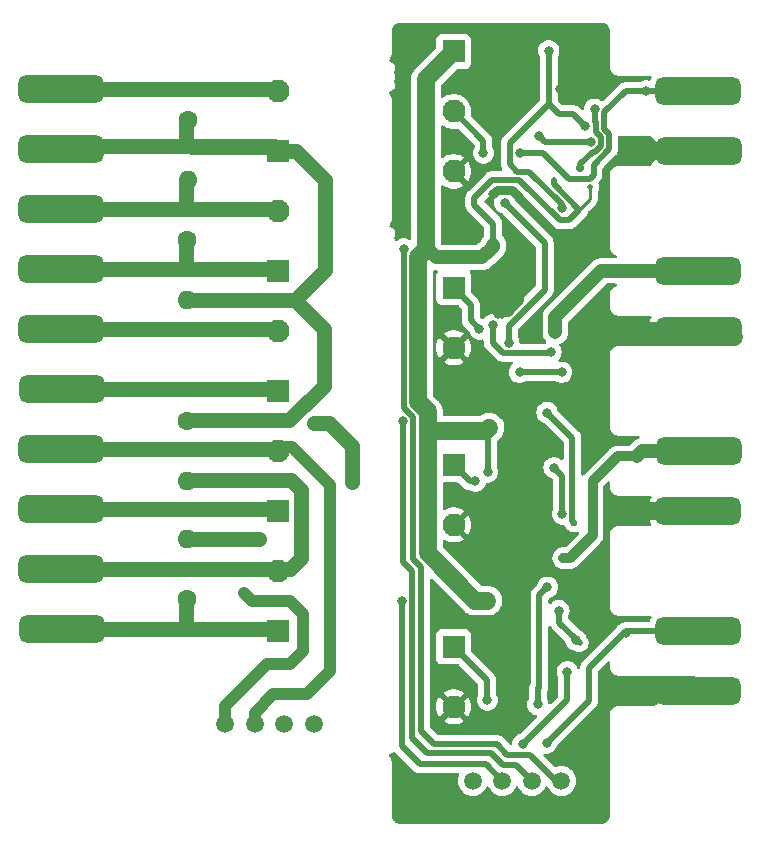
<source format=gbr>
%TF.GenerationSoftware,KiCad,Pcbnew,7.0.11*%
%TF.CreationDate,2024-11-09T10:58:47-05:00*%
%TF.ProjectId,14.1.4 - PMOS - PLC Connector Combined,31342e31-2e34-4202-9d20-504d4f53202d,rev?*%
%TF.SameCoordinates,Original*%
%TF.FileFunction,Copper,L2,Bot*%
%TF.FilePolarity,Positive*%
%FSLAX46Y46*%
G04 Gerber Fmt 4.6, Leading zero omitted, Abs format (unit mm)*
G04 Created by KiCad (PCBNEW 7.0.11) date 2024-11-09 10:58:47*
%MOMM*%
%LPD*%
G01*
G04 APERTURE LIST*
G04 Aperture macros list*
%AMRoundRect*
0 Rectangle with rounded corners*
0 $1 Rounding radius*
0 $2 $3 $4 $5 $6 $7 $8 $9 X,Y pos of 4 corners*
0 Add a 4 corners polygon primitive as box body*
4,1,4,$2,$3,$4,$5,$6,$7,$8,$9,$2,$3,0*
0 Add four circle primitives for the rounded corners*
1,1,$1+$1,$2,$3*
1,1,$1+$1,$4,$5*
1,1,$1+$1,$6,$7*
1,1,$1+$1,$8,$9*
0 Add four rect primitives between the rounded corners*
20,1,$1+$1,$2,$3,$4,$5,0*
20,1,$1+$1,$4,$5,$6,$7,0*
20,1,$1+$1,$6,$7,$8,$9,0*
20,1,$1+$1,$8,$9,$2,$3,0*%
G04 Aperture macros list end*
%TA.AperFunction,ComponentPad*%
%ADD10R,1.950000X1.950000*%
%TD*%
%TA.AperFunction,ComponentPad*%
%ADD11C,1.950000*%
%TD*%
%TA.AperFunction,ComponentPad*%
%ADD12C,1.600000*%
%TD*%
%TA.AperFunction,ComponentPad*%
%ADD13O,1.600000X1.600000*%
%TD*%
%TA.AperFunction,ComponentPad*%
%ADD14C,1.498600*%
%TD*%
%TA.AperFunction,SMDPad,CuDef*%
%ADD15RoundRect,0.572500X3.045750X0.572500X-3.045750X0.572500X-3.045750X-0.572500X3.045750X-0.572500X0*%
%TD*%
%TA.AperFunction,ViaPad*%
%ADD16C,0.800000*%
%TD*%
%TA.AperFunction,ViaPad*%
%ADD17C,0.600000*%
%TD*%
%TA.AperFunction,ViaPad*%
%ADD18C,0.500000*%
%TD*%
%TA.AperFunction,ViaPad*%
%ADD19C,0.700000*%
%TD*%
%TA.AperFunction,Conductor*%
%ADD20C,1.143000*%
%TD*%
%TA.AperFunction,Conductor*%
%ADD21C,0.508000*%
%TD*%
%TA.AperFunction,Conductor*%
%ADD22C,1.270000*%
%TD*%
%TA.AperFunction,Conductor*%
%ADD23C,1.016000*%
%TD*%
%TA.AperFunction,Conductor*%
%ADD24C,0.812800*%
%TD*%
%TA.AperFunction,Conductor*%
%ADD25C,1.524000*%
%TD*%
%TA.AperFunction,Conductor*%
%ADD26C,0.762000*%
%TD*%
%TA.AperFunction,Conductor*%
%ADD27C,0.250000*%
%TD*%
G04 APERTURE END LIST*
D10*
%TO.P,J317,1,1*%
%TO.N,Net-(D10-A)*%
X107500000Y-89000000D03*
D11*
%TO.P,J317,2,2*%
%TO.N,GNDPWR*%
X107500000Y-94080000D03*
%TD*%
D12*
%TO.P,R204,1*%
%TO.N,M*%
X85008250Y-74782224D03*
D13*
%TO.P,R204,2*%
%TO.N,Net-(J208-Pin_1)*%
X85008250Y-79862224D03*
%TD*%
D10*
%TO.P,J222,1,1*%
%TO.N,Net-(J205-Pin_1)*%
X92640000Y-97740000D03*
D11*
%TO.P,J222,2,2*%
%TO.N,Net-(J206-Pin_1)*%
X92640000Y-92660000D03*
%TD*%
D12*
%TO.P,R202,1*%
%TO.N,M*%
X84918250Y-100297224D03*
D13*
%TO.P,R202,2*%
%TO.N,Net-(J202-Pin_1)*%
X84918250Y-105377224D03*
%TD*%
D10*
%TO.P,J224,1,1*%
%TO.N,Net-(J201-Pin_1)*%
X92640000Y-118060000D03*
D11*
%TO.P,J224,2,2*%
%TO.N,Net-(J202-Pin_1)*%
X92640000Y-112980000D03*
%TD*%
D10*
%TO.P,J320,1,1*%
%TO.N,Net-(D11-A)*%
X107500000Y-104000000D03*
D11*
%TO.P,J320,2,2*%
%TO.N,GNDPWR*%
X107500000Y-109080000D03*
%TD*%
D12*
%TO.P,R201,1*%
%TO.N,Net-(J201-Pin_1)*%
X84878250Y-115392224D03*
D13*
%TO.P,R201,2*%
%TO.N,M*%
X84878250Y-110312224D03*
%TD*%
D14*
%TO.P,J226,1,1*%
%TO.N,Net-(J206-Pin_1)*%
X95660000Y-125970000D03*
%TO.P,J226,2,2*%
%TO.N,Net-(J205-Pin_1)*%
X93160000Y-125970000D03*
%TO.P,J226,3,3*%
%TO.N,Net-(J204-Pin_1)*%
X90660000Y-125970000D03*
%TO.P,J226,4,4*%
%TO.N,Net-(J203-Pin_1)*%
X88160000Y-125970000D03*
%TD*%
D10*
%TO.P,J318,1,1*%
%TO.N,Net-(D10-K)*%
X107500000Y-69000000D03*
D11*
%TO.P,J318,2,2*%
%TO.N,Net-(D1-A)*%
X107500000Y-74080000D03*
%TO.P,J318,3,3*%
%TO.N,GNDPWR*%
X107500000Y-79160000D03*
%TD*%
D12*
%TO.P,R203,1*%
%TO.N,Net-(J207-Pin_1)*%
X84918250Y-85002224D03*
D13*
%TO.P,R203,2*%
%TO.N,M*%
X84918250Y-90082224D03*
%TD*%
D10*
%TO.P,J221,1,1*%
%TO.N,Net-(J203-Pin_1)*%
X92640000Y-107900000D03*
D11*
%TO.P,J221,2,2*%
%TO.N,Net-(J204-Pin_1)*%
X92640000Y-102820000D03*
%TD*%
D10*
%TO.P,J223,1,1*%
%TO.N,M*%
X92640000Y-77420000D03*
D11*
%TO.P,J223,2,2*%
%TO.N,Net-(J210-Pin_1)*%
X92640000Y-72340000D03*
%TD*%
D10*
%TO.P,J225,1,1*%
%TO.N,Net-(J207-Pin_1)*%
X92640000Y-87580000D03*
D11*
%TO.P,J225,2,2*%
%TO.N,Net-(J208-Pin_1)*%
X92640000Y-82500000D03*
%TD*%
D10*
%TO.P,J319,1,1*%
%TO.N,Net-(D12-K)*%
X107500000Y-119400000D03*
D11*
%TO.P,J319,2,2*%
%TO.N,GNDPWR*%
X107500000Y-124480000D03*
%TD*%
D14*
%TO.P,J321,1,1*%
%TO.N,Net-(D1-A)*%
X116620000Y-130760000D03*
%TO.P,J321,2,2*%
%TO.N,Net-(D10-A)*%
X114120000Y-130760000D03*
%TO.P,J321,3,3*%
%TO.N,Net-(D11-A)*%
X111620000Y-130760000D03*
%TO.P,J321,4,4*%
%TO.N,Net-(D12-K)*%
X109120000Y-130760000D03*
%TD*%
D15*
%TO.P,J304,1,Pin_1*%
%TO.N,Net-(J304-Pin_1)*%
X128220000Y-72350000D03*
%TD*%
%TO.P,J212,1,Pin_1*%
%TO.N,Net-(J202-Pin_1)*%
X74258250Y-112817224D03*
%TD*%
%TO.P,J216,1,Pin_1*%
%TO.N,Net-(J206-Pin_1)*%
X74268250Y-92497224D03*
%TD*%
%TO.P,J213,1,Pin_1*%
%TO.N,Net-(J203-Pin_1)*%
X74268250Y-107737224D03*
%TD*%
%TO.P,J217,1,Pin_1*%
%TO.N,Net-(J207-Pin_1)*%
X74268250Y-87407224D03*
%TD*%
%TO.P,J308,1,Pin_1*%
%TO.N,Net-(J302-Pin_1)*%
X128220000Y-118070000D03*
%TD*%
%TO.P,J219,1,Pin_1*%
%TO.N,M*%
X74238250Y-77247224D03*
%TD*%
%TO.P,J211,1,Pin_1*%
%TO.N,Net-(J201-Pin_1)*%
X74340000Y-117907224D03*
%TD*%
%TO.P,J312,1,Pin_1*%
%TO.N,Net-(J306-Pin_1)*%
X128220000Y-87570000D03*
%TD*%
%TO.P,J316,1,Pin_1*%
%TO.N,Net-(J314-Pin_1)*%
X128230000Y-102800000D03*
%TD*%
%TO.P,J214,1,Pin_1*%
%TO.N,Net-(J204-Pin_1)*%
X74258250Y-102667224D03*
%TD*%
%TO.P,J305,1,Pin_1*%
%TO.N,GNDPWR*%
X128230000Y-92650000D03*
%TD*%
%TO.P,J301,1,Pin_1*%
%TO.N,GNDPWR*%
X128220000Y-123130000D03*
%TD*%
%TO.P,J215,1,Pin_1*%
%TO.N,Net-(J205-Pin_1)*%
X74320000Y-97580000D03*
%TD*%
%TO.P,J303,1,Pin_1*%
%TO.N,GNDPWR*%
X128240000Y-77410000D03*
%TD*%
%TO.P,J313,1,Pin_1*%
%TO.N,GNDPWR*%
X128220000Y-107900000D03*
%TD*%
%TO.P,J218,1,Pin_1*%
%TO.N,Net-(J208-Pin_1)*%
X74258250Y-82347224D03*
%TD*%
%TO.P,J220,1,Pin_1*%
%TO.N,Net-(J210-Pin_1)*%
X74238250Y-72187224D03*
%TD*%
D16*
%TO.N,Net-(J306-Pin_1)*%
X123120000Y-87640000D03*
X116101130Y-92741130D03*
%TO.N,Net-(J302-Pin_1)*%
X122080000Y-118210000D03*
X115360000Y-127560000D03*
%TO.N,Net-(J304-Pin_1)*%
X123780000Y-72340000D03*
X113114000Y-77620000D03*
%TO.N,Net-(J201-Pin_1)*%
X79471250Y-117874224D03*
X80868250Y-117874224D03*
X82265250Y-117874224D03*
%TO.N,Net-(J202-Pin_1)*%
X79471250Y-112794224D03*
X80868250Y-112794224D03*
X82392250Y-112794224D03*
%TO.N,Net-(J203-Pin_1)*%
X79471250Y-107714224D03*
X89758150Y-114826224D03*
X81249250Y-107714224D03*
X82773250Y-107714224D03*
%TO.N,Net-(J204-Pin_1)*%
X81249250Y-102634224D03*
X79598250Y-102634224D03*
X82773250Y-102634224D03*
%TO.N,Net-(J205-Pin_1)*%
X95679002Y-100444402D03*
X79852250Y-97554224D03*
X81503250Y-97554224D03*
X98902250Y-105440000D03*
X83027250Y-97554224D03*
%TO.N,Net-(J206-Pin_1)*%
X83281250Y-92474224D03*
X79852250Y-92474224D03*
X81630248Y-92474224D03*
%TO.N,Net-(J207-Pin_1)*%
X83027250Y-87394224D03*
X81376250Y-87394224D03*
X79852250Y-87394224D03*
%TO.N,Net-(J208-Pin_1)*%
X81503250Y-82314224D03*
X79725250Y-82314224D03*
X83281250Y-82314224D03*
%TO.N,M*%
X82773250Y-76980224D03*
X79344250Y-76980224D03*
X90012252Y-110254224D03*
X91282250Y-100221224D03*
X92425250Y-100221224D03*
X80995250Y-76980224D03*
X91028250Y-110254224D03*
%TO.N,Net-(J314-Pin_1)*%
X122980000Y-103290000D03*
X116760000Y-111890000D03*
%TO.N,GNDPWR*%
X111210000Y-91200000D03*
X115930000Y-118870000D03*
X115150000Y-112040000D03*
X119990000Y-82520000D03*
X115950000Y-97780000D03*
X110760000Y-111470000D03*
X123880000Y-76700000D03*
X103190000Y-133540000D03*
X122930000Y-76700000D03*
X123350000Y-93310000D03*
X123470000Y-122610000D03*
X124250000Y-123800000D03*
X123330000Y-107490000D03*
X124260000Y-122570000D03*
X123350000Y-108550000D03*
X121680000Y-92100000D03*
X121930000Y-108580000D03*
X121680000Y-93350000D03*
X103180000Y-132500000D03*
X123460000Y-123820000D03*
X103180000Y-131480000D03*
X122960000Y-77960000D03*
X123350000Y-92100000D03*
X110798870Y-81048870D03*
X121950000Y-107390000D03*
X116480000Y-72180000D03*
X123850000Y-77890000D03*
X116424000Y-85570000D03*
%TO.N,Net-(D10-A)*%
X116630000Y-96160000D03*
X103200000Y-100320000D03*
X109680000Y-92500000D03*
X113070000Y-96160000D03*
%TO.N,Net-(D5-K)*%
X114700000Y-76120000D03*
X119088933Y-76621067D03*
%TO.N,Net-(D6-K)*%
X110790000Y-92140000D03*
X115730000Y-94449130D03*
%TO.N,Net-(Q1-G)*%
X117110000Y-121510000D03*
X113340000Y-127670000D03*
%TO.N,Net-(Q2-G)*%
X116700000Y-108160000D03*
X116000000Y-104240000D03*
%TO.N,Net-(R1-Pad1)*%
X118581260Y-75286740D03*
X115550000Y-68940000D03*
X116631529Y-82248471D03*
%TO.N,Net-(R20-Pad1)*%
X112160000Y-93650000D03*
X111820000Y-81810000D03*
%TO.N,Net-(R18-Pad1)*%
X115400000Y-99570000D03*
D17*
X117668190Y-108888058D03*
D16*
%TO.N,Net-(R19-Pad1)*%
X115440000Y-114360000D03*
X114620000Y-124280000D03*
%TO.N,Net-(D11-A)*%
X103130000Y-115490000D03*
X109330000Y-105390000D03*
%TO.N,Net-(D10-K)*%
X117831130Y-118808870D03*
X110510000Y-100860000D03*
X110270000Y-86070000D03*
D18*
X119060122Y-80461429D03*
X115950000Y-79890000D03*
D16*
X110470000Y-115730000D03*
X110856624Y-85356624D03*
X109495236Y-115748011D03*
X109610000Y-101180000D03*
X116400000Y-116340000D03*
X110370000Y-104620000D03*
%TO.N,Net-(D1-K)*%
X119426265Y-73900000D03*
D19*
X118205033Y-78906000D03*
D16*
%TO.N,Net-(D1-A)*%
X110020000Y-77600000D03*
X103270000Y-85720000D03*
%TO.N,Net-(D12-K)*%
X110345000Y-123915000D03*
%TD*%
D20*
%TO.N,Net-(D10-K)*%
X105140000Y-85560000D02*
X105140000Y-83330000D01*
X106010000Y-86430000D02*
X105140000Y-85560000D01*
X109910000Y-86430000D02*
X106010000Y-86430000D01*
X110270000Y-86070000D02*
X109910000Y-86430000D01*
%TO.N,Net-(J306-Pin_1)*%
X116101130Y-92741130D02*
X116101130Y-91458870D01*
X116101130Y-91458870D02*
X119990000Y-87570000D01*
X119990000Y-87570000D02*
X128220000Y-87570000D01*
X123190000Y-87570000D02*
X128220000Y-87570000D01*
D21*
X123120000Y-87640000D02*
X123190000Y-87570000D01*
%TO.N,Net-(J302-Pin_1)*%
X122080000Y-118210000D02*
X122220000Y-118070000D01*
X122220000Y-118070000D02*
X128220000Y-118070000D01*
X121907629Y-118210000D02*
X122080000Y-118210000D01*
X118960000Y-123960000D02*
X118960000Y-121157629D01*
X115360000Y-127560000D02*
X118960000Y-123960000D01*
X118960000Y-121157629D02*
X121907629Y-118210000D01*
%TO.N,Net-(J304-Pin_1)*%
X128220000Y-72350000D02*
X123790000Y-72350000D01*
X113114000Y-77620000D02*
X115080000Y-77620000D01*
X115080000Y-77620000D02*
X117220000Y-79760000D01*
X119340000Y-79420000D02*
X119340000Y-78579003D01*
X122057629Y-72340000D02*
X123780000Y-72340000D01*
X119000000Y-79760000D02*
X119340000Y-79420000D01*
X123790000Y-72350000D02*
X123780000Y-72340000D01*
X120650933Y-75974065D02*
X120240000Y-75563130D01*
X120650933Y-77268070D02*
X120650933Y-75974065D01*
X120240000Y-74157629D02*
X122057629Y-72340000D01*
X120240000Y-75563130D02*
X120240000Y-74157629D01*
X119340000Y-78579003D02*
X120650933Y-77268070D01*
X128180000Y-72390000D02*
X128220000Y-72350000D01*
X117220000Y-79760000D02*
X119000000Y-79760000D01*
D22*
%TO.N,Net-(J201-Pin_1)*%
X84805250Y-117874220D02*
X74278395Y-117874220D01*
X79471250Y-117874224D02*
X80868250Y-117874224D01*
X92298250Y-117874224D02*
X92425250Y-117747224D01*
X74278395Y-117874220D02*
X74278391Y-117874224D01*
X82265250Y-117874224D02*
X92298250Y-117874224D01*
X80868250Y-117874224D02*
X82265250Y-117874224D01*
X84805250Y-115334224D02*
X84805250Y-117874220D01*
X74278391Y-117874224D02*
X79471250Y-117874224D01*
%TO.N,Net-(J202-Pin_1)*%
X80868250Y-112794224D02*
X79471250Y-112794224D01*
X79471250Y-112794224D02*
X79514250Y-112837224D01*
X94578250Y-111861750D02*
X94578250Y-106087224D01*
X93602776Y-112837224D02*
X94578250Y-111861750D01*
X94578250Y-106087224D02*
X93748250Y-105257224D01*
X82392250Y-112794224D02*
X80868250Y-112794224D01*
X79514250Y-112837224D02*
X93602776Y-112837224D01*
X79471250Y-112794224D02*
X74279942Y-112794224D01*
X74279942Y-112794224D02*
X74271976Y-112802190D01*
X93748250Y-105257224D02*
X85278250Y-105257224D01*
D23*
%TO.N,Net-(J203-Pin_1)*%
X88160000Y-124380000D02*
X88160000Y-125970000D01*
X93620000Y-120870000D02*
X91670000Y-120870000D01*
X91670000Y-120870000D02*
X88160000Y-124380000D01*
D22*
X79471250Y-107714224D02*
X74289842Y-107714224D01*
D23*
X90421926Y-115490000D02*
X93640000Y-115490000D01*
X94770000Y-116620000D02*
X94770000Y-119720000D01*
D22*
X81249250Y-107714224D02*
X79471250Y-107714224D01*
X92425250Y-107587224D02*
X92298250Y-107714224D01*
D23*
X89758150Y-114826224D02*
X90421926Y-115490000D01*
D22*
X92298250Y-107714224D02*
X82773250Y-107714224D01*
D23*
X94770000Y-119720000D02*
X93620000Y-120870000D01*
D22*
X82773250Y-107714224D02*
X81249250Y-107714224D01*
X74289842Y-107714224D02*
X74280369Y-107723697D01*
D23*
X93640000Y-115490000D02*
X94770000Y-116620000D01*
%TO.N,Net-(J204-Pin_1)*%
X92230000Y-123420000D02*
X95080000Y-123420000D01*
X95080000Y-123420000D02*
X97025000Y-121475000D01*
D22*
X92425250Y-102507224D02*
X92298250Y-102634224D01*
D23*
X97025000Y-121475000D02*
X97025000Y-105728116D01*
X97025000Y-105728116D02*
X93804108Y-102507224D01*
D22*
X82773250Y-102634224D02*
X81249250Y-102634224D01*
D23*
X90660000Y-124990000D02*
X92230000Y-123420000D01*
D22*
X81249250Y-102634224D02*
X79598250Y-102634224D01*
X74283060Y-102634224D02*
X74271976Y-102645308D01*
X92298250Y-102634224D02*
X82773250Y-102634224D01*
D23*
X93804108Y-102507224D02*
X92425250Y-102507224D01*
D22*
X79598250Y-102634224D02*
X74283060Y-102634224D01*
D23*
X90660000Y-125970000D02*
X90660000Y-124990000D01*
D22*
%TO.N,Net-(J205-Pin_1)*%
X98902250Y-102380000D02*
X96966652Y-100444402D01*
X92298250Y-97554224D02*
X83027250Y-97554224D01*
X83027250Y-97554224D02*
X81503250Y-97554224D01*
X81503250Y-97554224D02*
X79852250Y-97554224D01*
X79852250Y-97554224D02*
X74199025Y-97554224D01*
X96966652Y-100444402D02*
X95679002Y-100444402D01*
X74199025Y-97554224D02*
X74168250Y-97584999D01*
X92425250Y-97427224D02*
X92298250Y-97554224D01*
X98902250Y-105440000D02*
X98902250Y-102380000D01*
%TO.N,Net-(J206-Pin_1)*%
X79845556Y-92480918D02*
X79852250Y-92474224D01*
X74272660Y-92480918D02*
X79845556Y-92480918D01*
X81630248Y-92474224D02*
X79852250Y-92474224D01*
X92425250Y-92347224D02*
X92298250Y-92474224D01*
X74273749Y-92482007D02*
X78836250Y-92482007D01*
X74272660Y-92480918D02*
X74273749Y-92482007D01*
X83281250Y-92474224D02*
X81630248Y-92474224D01*
X92298250Y-92474224D02*
X83281250Y-92474224D01*
%TO.N,Net-(J207-Pin_1)*%
X74287737Y-87394224D02*
X83027250Y-87394224D01*
X79852250Y-87394224D02*
X79861592Y-87403566D01*
X74271976Y-87409985D02*
X74287737Y-87394224D01*
X81366908Y-87403566D02*
X81376250Y-87394224D01*
X92298250Y-87394224D02*
X92425250Y-87267224D01*
X83027250Y-87394224D02*
X92298250Y-87394224D01*
X84805250Y-87394224D02*
X81376250Y-87394224D01*
X79861592Y-87403566D02*
X81366908Y-87403566D01*
X84805250Y-84981224D02*
X84805250Y-87394224D01*
%TO.N,Net-(J208-Pin_1)*%
X74278395Y-82325125D02*
X74289296Y-82314224D01*
X81503250Y-82314224D02*
X83281250Y-82314224D01*
X79725250Y-82314224D02*
X81503250Y-82314224D01*
X83281250Y-82314224D02*
X92298250Y-82314224D01*
X74289296Y-82314224D02*
X79725250Y-82314224D01*
X92298250Y-82314224D02*
X92425250Y-82187224D01*
X84805250Y-79824224D02*
X84805250Y-82314224D01*
X84794349Y-82325125D02*
X74278395Y-82325125D01*
X84805250Y-82314224D02*
X84794349Y-82325125D01*
%TO.N,M*%
X91282250Y-100221224D02*
X93578776Y-100221224D01*
X91282250Y-100221224D02*
X92425250Y-100221224D01*
X84805250Y-110254224D02*
X90012252Y-110254224D01*
X79344250Y-76980224D02*
X74564650Y-76980224D01*
X94135026Y-77420000D02*
X96616250Y-79901224D01*
X94076250Y-90061224D02*
X84805250Y-90061224D01*
X82773250Y-76980224D02*
X80995250Y-76980224D01*
X82773250Y-76980224D02*
X92298250Y-76980224D01*
X96616250Y-79901224D02*
X96616250Y-87521224D01*
X74564650Y-76980224D02*
X74293347Y-77251527D01*
X93578776Y-100221224D02*
X96489250Y-97310750D01*
X85313250Y-77107224D02*
X92425250Y-77107224D01*
X80995250Y-76980224D02*
X79344250Y-76980224D01*
X84805250Y-74744224D02*
X84805250Y-76599224D01*
X91028250Y-110254224D02*
X90012252Y-110254224D01*
X92425250Y-100221224D02*
X92795250Y-100221224D01*
X96616250Y-87521224D02*
X94076250Y-90061224D01*
X92298250Y-76980224D02*
X92425250Y-77107224D01*
X84805250Y-76599224D02*
X85313250Y-77107224D01*
X96489250Y-97310750D02*
X96489250Y-92474224D01*
X92640000Y-77420000D02*
X94135026Y-77420000D01*
X84805250Y-100221224D02*
X91282250Y-100221224D01*
X96489250Y-92474224D02*
X94076250Y-90061224D01*
%TO.N,Net-(J210-Pin_1)*%
X92298250Y-72154224D02*
X74289963Y-72154224D01*
X74289963Y-72154224D02*
X74268986Y-72175201D01*
X92425250Y-72027224D02*
X92298250Y-72154224D01*
D24*
%TO.N,Net-(J314-Pin_1)*%
X119270000Y-109940227D02*
X119270000Y-105390740D01*
D20*
X123470000Y-102800000D02*
X128230000Y-102800000D01*
D24*
X117320227Y-111890000D02*
X119270000Y-109940227D01*
X119270000Y-105390740D02*
X121370740Y-103290000D01*
X121370740Y-103290000D02*
X122980000Y-103290000D01*
D20*
X122980000Y-103290000D02*
X123470000Y-102800000D01*
D24*
X116760000Y-111890000D02*
X117320227Y-111890000D01*
D25*
%TO.N,GNDPWR*%
X123958510Y-123130000D02*
X123460000Y-123628510D01*
X124330000Y-77410000D02*
X123850000Y-77890000D01*
X128230000Y-92650000D02*
X123848510Y-92650000D01*
D26*
X119790000Y-94746888D02*
X121186888Y-93350000D01*
D21*
X120400400Y-82109600D02*
X120400400Y-78939600D01*
X119990000Y-82520000D02*
X120400400Y-82109600D01*
D26*
X119790000Y-96750000D02*
X119790000Y-94746888D01*
X118760000Y-97780000D02*
X119790000Y-96750000D01*
D25*
X128220000Y-107900000D02*
X123838510Y-107900000D01*
X128220000Y-107900000D02*
X122418510Y-107900000D01*
D26*
X113041000Y-81289656D02*
X112466344Y-80715000D01*
D25*
X128220000Y-123130000D02*
X123987490Y-123130000D01*
D21*
X113190000Y-88510000D02*
X113190000Y-90150000D01*
D25*
X128230000Y-92650000D02*
X123867490Y-92650000D01*
D26*
X112466344Y-80715000D02*
X111132740Y-80715000D01*
D25*
X122228510Y-92650000D02*
X121730000Y-93148510D01*
D20*
X115150000Y-112040000D02*
X114580000Y-111470000D01*
D25*
X122418510Y-107900000D02*
X121930000Y-108388510D01*
D20*
X114580000Y-111470000D02*
X110760000Y-111470000D01*
D25*
X123740000Y-107900000D02*
X123330000Y-107490000D01*
X128240000Y-77410000D02*
X124397490Y-77410000D01*
D21*
X121380000Y-77960000D02*
X122960000Y-77960000D01*
D25*
X123987490Y-123130000D02*
X123470000Y-122612510D01*
X131050278Y-93148510D02*
X131227243Y-93143556D01*
X128240000Y-77410000D02*
X123447490Y-77410000D01*
X124748510Y-123130000D02*
X124250000Y-123628510D01*
X128230000Y-92650000D02*
X122228510Y-92650000D01*
D26*
X115950000Y-97780000D02*
X118760000Y-97780000D01*
D21*
X112140000Y-87460000D02*
X113190000Y-88510000D01*
D25*
X128240000Y-77410000D02*
X123458510Y-77410000D01*
X123848510Y-92650000D02*
X123350000Y-93148510D01*
X127702510Y-122612510D02*
X124260000Y-122612510D01*
X123447490Y-77410000D02*
X122930000Y-76892510D01*
D26*
X116424000Y-84783132D02*
X113041000Y-81400132D01*
X111132740Y-80715000D02*
X110798870Y-81048870D01*
D25*
X123867490Y-92650000D02*
X123350000Y-92132510D01*
D26*
X121186888Y-93350000D02*
X121680000Y-93350000D01*
D20*
X103190000Y-133540000D02*
X103180000Y-133530000D01*
D25*
X122185698Y-92650000D02*
X121678794Y-92143096D01*
X128220000Y-107900000D02*
X123740000Y-107900000D01*
D21*
X113190000Y-90150000D02*
X112140000Y-91200000D01*
D26*
X113041000Y-81400132D02*
X113041000Y-81289656D01*
D25*
X128220000Y-107900000D02*
X122460000Y-107900000D01*
X128230000Y-92650000D02*
X122185698Y-92650000D01*
X123838510Y-107900000D02*
X123350000Y-108388510D01*
X121730000Y-93148510D02*
X131050278Y-93148510D01*
X124397490Y-77410000D02*
X123880000Y-76892510D01*
D21*
X112140000Y-91200000D02*
X111210000Y-91200000D01*
D25*
X123458510Y-77410000D02*
X122960000Y-77908510D01*
X128220000Y-123130000D02*
X127702510Y-122612510D01*
D26*
X116424000Y-85570000D02*
X116424000Y-84783132D01*
D25*
X122460000Y-107900000D02*
X121950000Y-107390000D01*
X128220000Y-123130000D02*
X124748510Y-123130000D01*
X128240000Y-77410000D02*
X124330000Y-77410000D01*
X128220000Y-123130000D02*
X123958510Y-123130000D01*
D21*
X120400400Y-78939600D02*
X121380000Y-77960000D01*
%TO.N,Net-(D10-A)*%
X103200000Y-112220000D02*
X103984000Y-113004000D01*
X108940000Y-91760000D02*
X108940000Y-90440000D01*
X112789700Y-129429700D02*
X114120000Y-130760000D01*
X103970000Y-127160000D02*
X105230000Y-128420000D01*
X103984000Y-113004000D02*
X103984000Y-115843739D01*
X108940000Y-90440000D02*
X107500000Y-89000000D01*
X109680000Y-92500000D02*
X108940000Y-91760000D01*
X103200000Y-100320000D02*
X103200000Y-112220000D01*
X105230000Y-128420000D02*
X110640474Y-128420000D01*
X103970000Y-115857739D02*
X103970000Y-127160000D01*
X103984000Y-115843739D02*
X103970000Y-115857739D01*
X113070000Y-96160000D02*
X116630000Y-96160000D01*
X110640474Y-128420000D02*
X111650174Y-129429700D01*
X111650174Y-129429700D02*
X112789700Y-129429700D01*
%TO.N,Net-(D5-K)*%
X114700000Y-76120000D02*
X115220000Y-76640000D01*
X115220000Y-76640000D02*
X119070000Y-76640000D01*
X119070000Y-76640000D02*
X119088933Y-76621067D01*
%TO.N,Net-(D6-K)*%
X110790000Y-93660000D02*
X110790000Y-92140000D01*
X115730000Y-94449130D02*
X115675130Y-94504000D01*
X111634000Y-94504000D02*
X110790000Y-93660000D01*
X115675130Y-94504000D02*
X111634000Y-94504000D01*
%TO.N,Net-(Q1-G)*%
X113340000Y-127670000D02*
X117110000Y-123900000D01*
X117110000Y-123900000D02*
X117110000Y-121510000D01*
%TO.N,Net-(Q2-G)*%
X116700000Y-108160000D02*
X116684866Y-108144866D01*
X116684866Y-108144866D02*
X116684866Y-104924866D01*
X116684866Y-104924866D02*
X116000000Y-104240000D01*
%TO.N,Net-(R1-Pad1)*%
X116380000Y-74300000D02*
X115550000Y-73470000D01*
X112892000Y-79172000D02*
X112260000Y-78540000D01*
X116631529Y-81949398D02*
X113854131Y-79172000D01*
X115550000Y-73470000D02*
X115550000Y-71870000D01*
X112260000Y-76760000D02*
X115550000Y-73470000D01*
X113854131Y-79172000D02*
X112892000Y-79172000D01*
X116631529Y-82248471D02*
X116631529Y-81949398D01*
X117594520Y-74300000D02*
X116380000Y-74300000D01*
X118581260Y-75286740D02*
X117594520Y-74300000D01*
X115550000Y-71870000D02*
X115550000Y-68940000D01*
X112260000Y-78540000D02*
X112260000Y-76760000D01*
%TO.N,Net-(R20-Pad1)*%
X112160000Y-92210000D02*
X112160000Y-93650000D01*
X115200000Y-85190000D02*
X115200000Y-89170000D01*
X111820000Y-81810000D02*
X115200000Y-85190000D01*
X115200000Y-89170000D02*
X112160000Y-92210000D01*
%TO.N,Net-(R18-Pad1)*%
X117554000Y-108773868D02*
X117554000Y-101724000D01*
X117674430Y-108944136D02*
X117674430Y-108894298D01*
X117554000Y-101724000D02*
X115400000Y-99570000D01*
X117674430Y-108894298D02*
X117554000Y-108773868D01*
%TO.N,Net-(R19-Pad1)*%
X114760000Y-122820000D02*
X114760000Y-115040000D01*
X114760000Y-115040000D02*
X115440000Y-114360000D01*
X114620000Y-122960000D02*
X114760000Y-122820000D01*
X114620000Y-124280000D02*
X114620000Y-122960000D01*
%TO.N,Net-(D11-A)*%
X104640000Y-129340000D02*
X110200000Y-129340000D01*
X107500000Y-104050000D02*
X107500000Y-104000000D01*
X103130000Y-115490000D02*
X103130000Y-127830000D01*
X110200000Y-129340000D02*
X111620000Y-130760000D01*
X103130000Y-127830000D02*
X104640000Y-129340000D01*
X108840000Y-105390000D02*
X107500000Y-104050000D01*
X109330000Y-105390000D02*
X108840000Y-105390000D01*
D25*
%TO.N,Net-(D10-K)*%
X105140000Y-83330000D02*
X105140000Y-71360000D01*
D21*
X117253739Y-83304000D02*
X116479319Y-83304000D01*
X115950000Y-80221127D02*
X118143306Y-82414433D01*
D25*
X105310000Y-111490316D02*
X105310000Y-101100000D01*
X110510000Y-100860000D02*
X110220000Y-101150000D01*
X105310000Y-99480316D02*
X105310000Y-101100000D01*
D21*
X113055319Y-79880000D02*
X110760000Y-79880000D01*
X110760000Y-79880000D02*
X109239931Y-81400069D01*
X115950000Y-79890000D02*
X115950000Y-80221127D01*
X117888870Y-118808870D02*
X118170000Y-119090000D01*
D25*
X110220000Y-101150000D02*
X108524000Y-101150000D01*
D27*
X119060122Y-80461429D02*
X119060122Y-81497617D01*
D21*
X117831130Y-118808870D02*
X117831130Y-118751130D01*
X110370000Y-104620000D02*
X110370000Y-101000000D01*
D25*
X110340000Y-115490000D02*
X109309684Y-115490000D01*
D21*
X116479319Y-83304000D02*
X113055319Y-79880000D01*
X109239931Y-81400069D02*
X109239931Y-81962542D01*
D25*
X105140000Y-85776159D02*
X104486000Y-86430159D01*
X104486000Y-86430159D02*
X104486000Y-98656316D01*
D20*
X110856624Y-85555913D02*
X110342537Y-86070000D01*
D25*
X108524000Y-101150000D02*
X108474000Y-101100000D01*
D21*
X109239931Y-81962542D02*
X110856624Y-83579235D01*
D25*
X105140000Y-71360000D02*
X107500000Y-69000000D01*
D21*
X117831130Y-118751130D02*
X116440000Y-117360000D01*
D25*
X104486000Y-98656316D02*
X105310000Y-99480316D01*
X109309684Y-115490000D02*
X105310000Y-111490316D01*
D20*
X110856624Y-85356624D02*
X110856624Y-85555913D01*
D21*
X118143306Y-82414433D02*
X117253739Y-83304000D01*
D25*
X105140000Y-83330000D02*
X105140000Y-85776159D01*
D21*
X110370000Y-101000000D02*
X110510000Y-100860000D01*
D25*
X108474000Y-101100000D02*
X105310000Y-101100000D01*
D21*
X116440000Y-117360000D02*
X116440000Y-116378737D01*
D20*
X110342537Y-86070000D02*
X110270000Y-86070000D01*
D27*
X119060122Y-81497617D02*
X118143306Y-82414433D01*
D21*
X117831130Y-118808870D02*
X117888870Y-118808870D01*
X110856624Y-83579235D02*
X110856624Y-85356624D01*
%TO.N,Net-(D1-K)*%
X119442672Y-77475067D02*
X119942933Y-76974806D01*
X119942933Y-76267328D02*
X119532000Y-75856395D01*
X119274933Y-77475067D02*
X119442672Y-77475067D01*
X119532000Y-75856395D02*
X119532000Y-75029740D01*
X118205033Y-78544967D02*
X119274933Y-77475067D01*
X119532000Y-75029740D02*
X119426265Y-74924005D01*
X119942933Y-76974806D02*
X119942933Y-76267328D01*
X118205033Y-78906000D02*
X118205033Y-78544967D01*
X119426265Y-74924005D02*
X119426265Y-73900000D01*
%TO.N,Net-(D1-A)*%
X111150000Y-127640000D02*
X112040000Y-128530000D01*
X103270000Y-85720000D02*
X103270000Y-99160000D01*
X104054000Y-99944000D02*
X104054000Y-111954000D01*
X110020000Y-77600000D02*
X110020000Y-76600000D01*
X110020000Y-76600000D02*
X107500000Y-74080000D01*
X104748000Y-112648000D02*
X104748000Y-126568000D01*
X113920000Y-128530000D02*
X116150000Y-130760000D01*
X105820000Y-127640000D02*
X111150000Y-127640000D01*
X104054000Y-111954000D02*
X104748000Y-112648000D01*
X104748000Y-126568000D02*
X105820000Y-127640000D01*
X112040000Y-128530000D02*
X113920000Y-128530000D01*
X116150000Y-130760000D02*
X116620000Y-130760000D01*
X103270000Y-99160000D02*
X104054000Y-99944000D01*
%TO.N,Net-(D12-K)*%
X110345000Y-123915000D02*
X110345000Y-122245000D01*
X110345000Y-122245000D02*
X107500000Y-119400000D01*
%TD*%
%TA.AperFunction,Conductor*%
%TO.N,GNDPWR*%
G36*
X120658834Y-120628333D02*
G01*
X120714767Y-120670205D01*
X120739184Y-120735669D01*
X120739500Y-120744515D01*
X120739500Y-121049137D01*
X120739489Y-121049174D01*
X120739490Y-121174429D01*
X120768332Y-121319419D01*
X120768335Y-121319429D01*
X120824906Y-121455998D01*
X120824908Y-121456002D01*
X120824910Y-121456006D01*
X120824913Y-121456010D01*
X120824915Y-121456014D01*
X120868683Y-121521515D01*
X120907045Y-121578926D01*
X121011581Y-121683462D01*
X121134503Y-121765594D01*
X121134509Y-121765596D01*
X121134510Y-121765597D01*
X121200566Y-121792958D01*
X121271086Y-121822168D01*
X121271090Y-121822168D01*
X121271091Y-121822169D01*
X121416079Y-121851010D01*
X121416082Y-121851010D01*
X121489901Y-121851010D01*
X124123704Y-121851010D01*
X124190743Y-121870695D01*
X124236498Y-121923499D01*
X124246442Y-121992657D01*
X124230005Y-122035174D01*
X124231489Y-122035985D01*
X124228655Y-122041173D01*
X124148030Y-122229449D01*
X124148028Y-122229456D01*
X124104491Y-122429589D01*
X124101750Y-122475621D01*
X124101750Y-123784378D01*
X124104491Y-123830410D01*
X124148028Y-124030543D01*
X124148030Y-124030550D01*
X124227958Y-124217197D01*
X124236253Y-124286573D01*
X124205724Y-124349420D01*
X124146064Y-124385785D01*
X124113970Y-124390010D01*
X121541372Y-124390010D01*
X121541338Y-124390000D01*
X121490000Y-124390000D01*
X121416082Y-124390000D01*
X121416080Y-124390000D01*
X121271091Y-124418840D01*
X121271085Y-124418842D01*
X121134506Y-124475414D01*
X121011582Y-124557551D01*
X120907040Y-124662094D01*
X120824918Y-124785002D01*
X120824911Y-124785014D01*
X120768341Y-124921588D01*
X120768340Y-124921592D01*
X120768339Y-124921595D01*
X120739985Y-125064148D01*
X120739499Y-125066593D01*
X120739500Y-125140510D01*
X120739500Y-133634413D01*
X120738903Y-133646571D01*
X120736095Y-133675073D01*
X120735913Y-133676793D01*
X120723876Y-133783665D01*
X120719315Y-133805784D01*
X120704090Y-133855972D01*
X120702471Y-133860930D01*
X120676325Y-133935650D01*
X120668641Y-133953151D01*
X120641544Y-134003843D01*
X120637181Y-134011359D01*
X120597643Y-134074284D01*
X120588501Y-134086978D01*
X120551060Y-134132599D01*
X120542888Y-134141615D01*
X120491105Y-134193397D01*
X120482089Y-134201569D01*
X120436470Y-134239007D01*
X120423779Y-134248146D01*
X120360853Y-134287686D01*
X120353331Y-134292052D01*
X120302641Y-134319145D01*
X120285144Y-134326828D01*
X120210411Y-134352978D01*
X120205453Y-134354596D01*
X120155267Y-134369820D01*
X120133154Y-134374380D01*
X120026862Y-134386356D01*
X120025136Y-134386539D01*
X120006960Y-134388329D01*
X119995957Y-134389413D01*
X119983806Y-134390010D01*
X102996093Y-134390010D01*
X102983939Y-134389413D01*
X102978122Y-134388840D01*
X102955737Y-134386635D01*
X102954001Y-134386451D01*
X102846736Y-134374358D01*
X102824633Y-134369800D01*
X102774997Y-134354743D01*
X102770040Y-134353124D01*
X102694734Y-134326775D01*
X102677235Y-134319092D01*
X102626917Y-134292196D01*
X102619400Y-134287833D01*
X102556093Y-134248055D01*
X102543399Y-134238914D01*
X102498051Y-134201698D01*
X102489035Y-134193526D01*
X102436977Y-134141468D01*
X102428807Y-134132454D01*
X102416429Y-134117372D01*
X102391583Y-134087097D01*
X102382457Y-134074427D01*
X102342666Y-134011101D01*
X102338321Y-134003616D01*
X102311405Y-133953261D01*
X102303727Y-133935774D01*
X102277365Y-133860438D01*
X102275773Y-133855560D01*
X102260701Y-133805878D01*
X102256144Y-133783780D01*
X102243984Y-133675867D01*
X102243810Y-133674218D01*
X102241097Y-133646669D01*
X102240500Y-133634516D01*
X102240500Y-129114795D01*
X102240500Y-129114793D01*
X102206429Y-128932530D01*
X102139448Y-128759631D01*
X102059024Y-128629743D01*
X102040469Y-128562383D01*
X102061278Y-128495684D01*
X102114843Y-128450822D01*
X102146803Y-128441728D01*
X102192457Y-128435165D01*
X102323373Y-128375377D01*
X102323375Y-128375374D01*
X102323377Y-128375374D01*
X102359413Y-128344148D01*
X102387310Y-128319975D01*
X102450864Y-128290950D01*
X102520023Y-128300893D01*
X102553603Y-128323491D01*
X102602974Y-128370070D01*
X102605525Y-128372549D01*
X104061234Y-129828258D01*
X104073016Y-129841891D01*
X104087461Y-129861294D01*
X104125634Y-129893325D01*
X104133609Y-129900633D01*
X104137557Y-129904581D01*
X104137565Y-129904588D01*
X104162008Y-129923917D01*
X104164800Y-129926191D01*
X104222569Y-129974664D01*
X104222573Y-129974667D01*
X104222575Y-129974668D01*
X104228607Y-129978635D01*
X104228576Y-129978680D01*
X104235038Y-129982797D01*
X104235067Y-129982751D01*
X104241203Y-129986536D01*
X104241205Y-129986537D01*
X104241208Y-129986539D01*
X104309597Y-130018429D01*
X104312779Y-130019969D01*
X104380189Y-130053824D01*
X104380194Y-130053825D01*
X104386979Y-130056295D01*
X104386960Y-130056347D01*
X104394188Y-130058859D01*
X104394206Y-130058808D01*
X104401056Y-130061078D01*
X104401059Y-130061078D01*
X104401060Y-130061079D01*
X104474993Y-130076344D01*
X104478354Y-130077089D01*
X104551812Y-130094500D01*
X104551818Y-130094500D01*
X104558985Y-130095338D01*
X104558978Y-130095391D01*
X104566595Y-130096169D01*
X104566600Y-130096116D01*
X104573789Y-130096745D01*
X104573792Y-130096744D01*
X104573793Y-130096745D01*
X104633067Y-130095020D01*
X104649161Y-130094552D01*
X104652767Y-130094500D01*
X107856685Y-130094500D01*
X107923724Y-130114185D01*
X107969479Y-130166989D01*
X107979423Y-130236147D01*
X107969067Y-130270905D01*
X107941087Y-130330908D01*
X107941083Y-130330917D01*
X107884487Y-130542140D01*
X107884485Y-130542150D01*
X107865426Y-130759999D01*
X107865426Y-130760000D01*
X107884485Y-130977849D01*
X107884487Y-130977859D01*
X107941083Y-131189082D01*
X107941085Y-131189086D01*
X107941086Y-131189090D01*
X107948998Y-131206057D01*
X108033506Y-131387286D01*
X108033507Y-131387287D01*
X108158941Y-131566425D01*
X108313575Y-131721059D01*
X108492713Y-131846493D01*
X108690910Y-131938914D01*
X108902146Y-131995514D01*
X109076429Y-132010762D01*
X109119999Y-132014574D01*
X109120000Y-132014574D01*
X109120001Y-132014574D01*
X109156309Y-132011397D01*
X109337854Y-131995514D01*
X109549090Y-131938914D01*
X109747287Y-131846493D01*
X109926425Y-131721059D01*
X110081059Y-131566425D01*
X110206493Y-131387287D01*
X110257618Y-131277648D01*
X110303790Y-131225209D01*
X110370984Y-131206057D01*
X110437865Y-131226273D01*
X110482381Y-131277648D01*
X110533507Y-131387287D01*
X110658941Y-131566425D01*
X110813575Y-131721059D01*
X110992713Y-131846493D01*
X111190910Y-131938914D01*
X111402146Y-131995514D01*
X111576429Y-132010762D01*
X111619999Y-132014574D01*
X111620000Y-132014574D01*
X111620001Y-132014574D01*
X111656309Y-132011397D01*
X111837854Y-131995514D01*
X112049090Y-131938914D01*
X112247287Y-131846493D01*
X112426425Y-131721059D01*
X112581059Y-131566425D01*
X112706493Y-131387287D01*
X112757618Y-131277648D01*
X112803790Y-131225209D01*
X112870984Y-131206057D01*
X112937865Y-131226273D01*
X112982381Y-131277648D01*
X113033507Y-131387287D01*
X113158941Y-131566425D01*
X113313575Y-131721059D01*
X113492713Y-131846493D01*
X113690910Y-131938914D01*
X113902146Y-131995514D01*
X114076429Y-132010762D01*
X114119999Y-132014574D01*
X114120000Y-132014574D01*
X114120001Y-132014574D01*
X114156309Y-132011397D01*
X114337854Y-131995514D01*
X114549090Y-131938914D01*
X114747287Y-131846493D01*
X114926425Y-131721059D01*
X115081059Y-131566425D01*
X115206493Y-131387287D01*
X115257618Y-131277648D01*
X115303790Y-131225209D01*
X115370984Y-131206057D01*
X115437865Y-131226273D01*
X115482381Y-131277648D01*
X115533507Y-131387287D01*
X115658941Y-131566425D01*
X115813575Y-131721059D01*
X115992713Y-131846493D01*
X116190910Y-131938914D01*
X116402146Y-131995514D01*
X116576429Y-132010762D01*
X116619999Y-132014574D01*
X116620000Y-132014574D01*
X116620001Y-132014574D01*
X116656309Y-132011397D01*
X116837854Y-131995514D01*
X117049090Y-131938914D01*
X117247287Y-131846493D01*
X117426425Y-131721059D01*
X117581059Y-131566425D01*
X117706493Y-131387287D01*
X117798914Y-131189090D01*
X117855514Y-130977854D01*
X117874574Y-130760000D01*
X117855514Y-130542146D01*
X117798914Y-130330910D01*
X117706493Y-130132713D01*
X117581059Y-129953575D01*
X117426425Y-129798941D01*
X117265013Y-129685919D01*
X117247286Y-129673506D01*
X117074607Y-129592985D01*
X117049090Y-129581086D01*
X117049086Y-129581085D01*
X117049082Y-129581083D01*
X116837859Y-129524487D01*
X116837849Y-129524485D01*
X116620001Y-129505426D01*
X116619999Y-129505426D01*
X116402150Y-129524485D01*
X116402140Y-129524487D01*
X116190909Y-129581085D01*
X116165391Y-129592985D01*
X116096314Y-129603476D01*
X116032530Y-129574955D01*
X116025307Y-129568283D01*
X115119639Y-128662615D01*
X115086154Y-128601292D01*
X115091138Y-128531600D01*
X115133010Y-128475667D01*
X115198474Y-128451250D01*
X115233097Y-128453643D01*
X115265354Y-128460500D01*
X115265356Y-128460500D01*
X115454644Y-128460500D01*
X115454646Y-128460500D01*
X115639803Y-128421144D01*
X115812730Y-128344151D01*
X115965871Y-128232888D01*
X116092533Y-128092216D01*
X116187179Y-127928284D01*
X116239799Y-127766335D01*
X116270046Y-127716976D01*
X119448264Y-124538758D01*
X119461883Y-124526988D01*
X119481294Y-124512539D01*
X119513334Y-124474354D01*
X119520623Y-124466399D01*
X119524583Y-124462441D01*
X119543927Y-124437974D01*
X119546161Y-124435232D01*
X119594667Y-124377427D01*
X119594671Y-124377418D01*
X119598637Y-124371390D01*
X119598683Y-124371420D01*
X119602795Y-124364965D01*
X119602748Y-124364936D01*
X119606532Y-124358799D01*
X119606539Y-124358791D01*
X119628264Y-124312198D01*
X119638417Y-124290428D01*
X119639972Y-124287214D01*
X119673824Y-124219811D01*
X119673826Y-124219798D01*
X119676293Y-124213024D01*
X119676346Y-124213043D01*
X119678858Y-124205815D01*
X119678807Y-124205798D01*
X119681077Y-124198945D01*
X119681077Y-124198943D01*
X119681079Y-124198940D01*
X119696345Y-124125001D01*
X119697097Y-124121610D01*
X119714500Y-124048188D01*
X119714500Y-124048181D01*
X119715338Y-124041015D01*
X119715392Y-124041021D01*
X119716170Y-124033405D01*
X119716117Y-124033401D01*
X119716746Y-124026210D01*
X119714552Y-123950804D01*
X119714500Y-123947198D01*
X119714500Y-121521515D01*
X119734185Y-121454476D01*
X119750819Y-121433834D01*
X120527819Y-120656834D01*
X120589142Y-120623349D01*
X120658834Y-120628333D01*
G37*
%TD.AperFunction*%
%TA.AperFunction,Conductor*%
G36*
X105895959Y-87499749D02*
G01*
X105907636Y-87502000D01*
X105938749Y-87502000D01*
X105953470Y-87502877D01*
X105954549Y-87503006D01*
X105984373Y-87506572D01*
X106034228Y-87503006D01*
X106102501Y-87517858D01*
X106151906Y-87567263D01*
X106166758Y-87635536D01*
X106142341Y-87701000D01*
X106142341Y-87701001D01*
X106081203Y-87782669D01*
X106081202Y-87782671D01*
X106030908Y-87917517D01*
X106024501Y-87977116D01*
X106024501Y-87977123D01*
X106024500Y-87977135D01*
X106024500Y-90022870D01*
X106024501Y-90022876D01*
X106030908Y-90082483D01*
X106081202Y-90217328D01*
X106081206Y-90217335D01*
X106167452Y-90332544D01*
X106167455Y-90332547D01*
X106282664Y-90418793D01*
X106282671Y-90418797D01*
X106417517Y-90469091D01*
X106417516Y-90469091D01*
X106424444Y-90469835D01*
X106477127Y-90475500D01*
X107857113Y-90475499D01*
X107924152Y-90495184D01*
X107944794Y-90511818D01*
X108149181Y-90716205D01*
X108182666Y-90777528D01*
X108185500Y-90803886D01*
X108185500Y-91696000D01*
X108184191Y-91713969D01*
X108180684Y-91737908D01*
X108185028Y-91787545D01*
X108185500Y-91798354D01*
X108185500Y-91803946D01*
X108189116Y-91834885D01*
X108189482Y-91838470D01*
X108196056Y-91913610D01*
X108197516Y-91920677D01*
X108197464Y-91920687D01*
X108199123Y-91928167D01*
X108199174Y-91928155D01*
X108200840Y-91935185D01*
X108226621Y-92006020D01*
X108227804Y-92009423D01*
X108251533Y-92081029D01*
X108254586Y-92087575D01*
X108254536Y-92087598D01*
X108257876Y-92094497D01*
X108257925Y-92094473D01*
X108261167Y-92100930D01*
X108302613Y-92163946D01*
X108304550Y-92166986D01*
X108344131Y-92231156D01*
X108348611Y-92236822D01*
X108348569Y-92236855D01*
X108353401Y-92242786D01*
X108353443Y-92242752D01*
X108358088Y-92248288D01*
X108412938Y-92300036D01*
X108415525Y-92302549D01*
X108769951Y-92656975D01*
X108800201Y-92706338D01*
X108852818Y-92868277D01*
X108852821Y-92868284D01*
X108947467Y-93032216D01*
X109045179Y-93140736D01*
X109074129Y-93172888D01*
X109227265Y-93284148D01*
X109227270Y-93284151D01*
X109400192Y-93361142D01*
X109400197Y-93361144D01*
X109585354Y-93400500D01*
X109585355Y-93400500D01*
X109774644Y-93400500D01*
X109774646Y-93400500D01*
X109885721Y-93376890D01*
X109955386Y-93382206D01*
X110011119Y-93424343D01*
X110035225Y-93489922D01*
X110035500Y-93498180D01*
X110035500Y-93596000D01*
X110034191Y-93613969D01*
X110030684Y-93637908D01*
X110035028Y-93687545D01*
X110035500Y-93698354D01*
X110035500Y-93703946D01*
X110039116Y-93734885D01*
X110039482Y-93738470D01*
X110046056Y-93813610D01*
X110047516Y-93820677D01*
X110047464Y-93820687D01*
X110049123Y-93828167D01*
X110049174Y-93828155D01*
X110050840Y-93835185D01*
X110076621Y-93906020D01*
X110077804Y-93909423D01*
X110101533Y-93981029D01*
X110104586Y-93987575D01*
X110104536Y-93987598D01*
X110107876Y-93994497D01*
X110107925Y-93994473D01*
X110111167Y-94000930D01*
X110152613Y-94063946D01*
X110154550Y-94066986D01*
X110194131Y-94131156D01*
X110198611Y-94136822D01*
X110198569Y-94136855D01*
X110203401Y-94142786D01*
X110203443Y-94142752D01*
X110208088Y-94148288D01*
X110262938Y-94200036D01*
X110265525Y-94202549D01*
X111055234Y-94992258D01*
X111067015Y-95005890D01*
X111081461Y-95025294D01*
X111119638Y-95057328D01*
X111127614Y-95064638D01*
X111131554Y-95068579D01*
X111131558Y-95068582D01*
X111131559Y-95068583D01*
X111150924Y-95083895D01*
X111156010Y-95087916D01*
X111158807Y-95090195D01*
X111216572Y-95138667D01*
X111222609Y-95142637D01*
X111222579Y-95142682D01*
X111229038Y-95146796D01*
X111229067Y-95146750D01*
X111235207Y-95150537D01*
X111235209Y-95150539D01*
X111303557Y-95182410D01*
X111306775Y-95183968D01*
X111373894Y-95217676D01*
X111374189Y-95217824D01*
X111374191Y-95217824D01*
X111380979Y-95220295D01*
X111380960Y-95220347D01*
X111388188Y-95222859D01*
X111388206Y-95222808D01*
X111395055Y-95225077D01*
X111395056Y-95225077D01*
X111395060Y-95225079D01*
X111468972Y-95240339D01*
X111472419Y-95241104D01*
X111545812Y-95258500D01*
X111545813Y-95258500D01*
X111545817Y-95258501D01*
X111552985Y-95259339D01*
X111552978Y-95259392D01*
X111560594Y-95260170D01*
X111560599Y-95260117D01*
X111567788Y-95260746D01*
X111567792Y-95260745D01*
X111567793Y-95260746D01*
X111643179Y-95258551D01*
X111646786Y-95258500D01*
X112397154Y-95258500D01*
X112464193Y-95278185D01*
X112509948Y-95330989D01*
X112519892Y-95400147D01*
X112490867Y-95463703D01*
X112470039Y-95482818D01*
X112464129Y-95487111D01*
X112337466Y-95627785D01*
X112242821Y-95791715D01*
X112242818Y-95791722D01*
X112196427Y-95934500D01*
X112184326Y-95971744D01*
X112164540Y-96160000D01*
X112184326Y-96348256D01*
X112184327Y-96348259D01*
X112242818Y-96528277D01*
X112242821Y-96528284D01*
X112337467Y-96692216D01*
X112464129Y-96832888D01*
X112617265Y-96944148D01*
X112617270Y-96944151D01*
X112790192Y-97021142D01*
X112790197Y-97021144D01*
X112975354Y-97060500D01*
X112975355Y-97060500D01*
X113164644Y-97060500D01*
X113164646Y-97060500D01*
X113349803Y-97021144D01*
X113522730Y-96944151D01*
X113530944Y-96938182D01*
X113596750Y-96914702D01*
X113603831Y-96914500D01*
X116096169Y-96914500D01*
X116163208Y-96934185D01*
X116169056Y-96938183D01*
X116177269Y-96944150D01*
X116177270Y-96944151D01*
X116350192Y-97021142D01*
X116350197Y-97021144D01*
X116535354Y-97060500D01*
X116535355Y-97060500D01*
X116724644Y-97060500D01*
X116724646Y-97060500D01*
X116909803Y-97021144D01*
X117082730Y-96944151D01*
X117235871Y-96832888D01*
X117362533Y-96692216D01*
X117457179Y-96528284D01*
X117515674Y-96348256D01*
X117535460Y-96160000D01*
X117515674Y-95971744D01*
X117457179Y-95791716D01*
X117362533Y-95627784D01*
X117235871Y-95487112D01*
X117229961Y-95482818D01*
X117082734Y-95375851D01*
X117082729Y-95375848D01*
X116909807Y-95298857D01*
X116909802Y-95298855D01*
X116764001Y-95267865D01*
X116724646Y-95259500D01*
X116535354Y-95259500D01*
X116508857Y-95265131D01*
X116439191Y-95259814D01*
X116383458Y-95217676D01*
X116359354Y-95152096D01*
X116374532Y-95083895D01*
X116390926Y-95060872D01*
X116462533Y-94981346D01*
X116557179Y-94817414D01*
X116615674Y-94637386D01*
X116635460Y-94449130D01*
X116615674Y-94260874D01*
X116557179Y-94080846D01*
X116474158Y-93937049D01*
X116459284Y-93911286D01*
X116460555Y-93910551D01*
X116439630Y-93851896D01*
X116455458Y-93783843D01*
X116505566Y-93735150D01*
X116511886Y-93732042D01*
X116639568Y-93673732D01*
X116806334Y-93554979D01*
X116947612Y-93406811D01*
X117058296Y-93234583D01*
X117134385Y-93044521D01*
X117173130Y-92843494D01*
X117173130Y-91954269D01*
X117192815Y-91887230D01*
X117209449Y-91866588D01*
X120397718Y-88678319D01*
X120459041Y-88644834D01*
X120485399Y-88642000D01*
X121171199Y-88642000D01*
X121238238Y-88661685D01*
X121283993Y-88714489D01*
X121293937Y-88783647D01*
X121264912Y-88847203D01*
X121218651Y-88880561D01*
X121134508Y-88915413D01*
X121011582Y-88997551D01*
X120907040Y-89102094D01*
X120824918Y-89225002D01*
X120824911Y-89225014D01*
X120768341Y-89361588D01*
X120768340Y-89361592D01*
X120768339Y-89361595D01*
X120752764Y-89439901D01*
X120739499Y-89506593D01*
X120739500Y-89580510D01*
X120739500Y-90569137D01*
X120739489Y-90569174D01*
X120739490Y-90694429D01*
X120768332Y-90839419D01*
X120768335Y-90839429D01*
X120824906Y-90975998D01*
X120824908Y-90976002D01*
X120824910Y-90976006D01*
X120824913Y-90976010D01*
X120824915Y-90976014D01*
X120895915Y-91082270D01*
X120907045Y-91098926D01*
X121011581Y-91203462D01*
X121134503Y-91285594D01*
X121134509Y-91285596D01*
X121134510Y-91285597D01*
X121262771Y-91338724D01*
X121271086Y-91342168D01*
X121271090Y-91342168D01*
X121271091Y-91342169D01*
X121416079Y-91371010D01*
X121416082Y-91371010D01*
X121489901Y-91371010D01*
X124133704Y-91371010D01*
X124200743Y-91390695D01*
X124246498Y-91443499D01*
X124256442Y-91512657D01*
X124240005Y-91555174D01*
X124241489Y-91555985D01*
X124238655Y-91561173D01*
X124158030Y-91749449D01*
X124158028Y-91749456D01*
X124114491Y-91949589D01*
X124111750Y-91995621D01*
X124111750Y-93304378D01*
X124114491Y-93350410D01*
X124158028Y-93550543D01*
X124158030Y-93550550D01*
X124237958Y-93737197D01*
X124246253Y-93806573D01*
X124215724Y-93869420D01*
X124156064Y-93905785D01*
X124123970Y-93910010D01*
X121541372Y-93910010D01*
X121541338Y-93910000D01*
X121490000Y-93910000D01*
X121416082Y-93910000D01*
X121416080Y-93910000D01*
X121271091Y-93938840D01*
X121271085Y-93938842D01*
X121134506Y-93995414D01*
X121011582Y-94077551D01*
X120907040Y-94182094D01*
X120824918Y-94305002D01*
X120824911Y-94305014D01*
X120768341Y-94441588D01*
X120768340Y-94441592D01*
X120768339Y-94441595D01*
X120752764Y-94519901D01*
X120739499Y-94586593D01*
X120739500Y-94660510D01*
X120739500Y-100729137D01*
X120739489Y-100729174D01*
X120739490Y-100854429D01*
X120768332Y-100999419D01*
X120768335Y-100999429D01*
X120824906Y-101135998D01*
X120824908Y-101136002D01*
X120824910Y-101136006D01*
X120824913Y-101136010D01*
X120824915Y-101136014D01*
X120891533Y-101235712D01*
X120907045Y-101258926D01*
X121011581Y-101363462D01*
X121134503Y-101445594D01*
X121134509Y-101445596D01*
X121134510Y-101445597D01*
X121179289Y-101464145D01*
X121271086Y-101502168D01*
X121271090Y-101502168D01*
X121271091Y-101502169D01*
X121416079Y-101531010D01*
X121416082Y-101531010D01*
X121489901Y-101531010D01*
X123107901Y-101531010D01*
X123174940Y-101550695D01*
X123220695Y-101603499D01*
X123230639Y-101672657D01*
X123201614Y-101736213D01*
X123147516Y-101771893D01*
X123147534Y-101771933D01*
X123147313Y-101772027D01*
X123145651Y-101773124D01*
X123142108Y-101774256D01*
X123113491Y-101786510D01*
X123099619Y-101791496D01*
X123069767Y-101800262D01*
X123069763Y-101800263D01*
X123016754Y-101827590D01*
X123008753Y-101831360D01*
X122953908Y-101854847D01*
X122953903Y-101854850D01*
X122928133Y-101872292D01*
X122915452Y-101879816D01*
X122887797Y-101894073D01*
X122840908Y-101930947D01*
X122833761Y-101936166D01*
X122784365Y-101969598D01*
X122762353Y-101991609D01*
X122751328Y-102001393D01*
X122726874Y-102020623D01*
X122726866Y-102020631D01*
X122687808Y-102065707D01*
X122681777Y-102072185D01*
X122407181Y-102346782D01*
X122345861Y-102380266D01*
X122319502Y-102383100D01*
X121451868Y-102383100D01*
X121432468Y-102381573D01*
X121424216Y-102380266D01*
X121418465Y-102379355D01*
X121350248Y-102382930D01*
X121343759Y-102383100D01*
X121323215Y-102383100D01*
X121306251Y-102384882D01*
X121302781Y-102385247D01*
X121296319Y-102385755D01*
X121228087Y-102389331D01*
X121214386Y-102393003D01*
X121195260Y-102396548D01*
X121181147Y-102398031D01*
X121116164Y-102419144D01*
X121109944Y-102420986D01*
X121043950Y-102438670D01*
X121043946Y-102438671D01*
X121031303Y-102445113D01*
X121013336Y-102452556D01*
X120999842Y-102456941D01*
X120999841Y-102456941D01*
X120999839Y-102456941D01*
X120999839Y-102456942D01*
X120940657Y-102491110D01*
X120934964Y-102494201D01*
X120874092Y-102525217D01*
X120874089Y-102525218D01*
X120874087Y-102525220D01*
X120874083Y-102525223D01*
X120874079Y-102525226D01*
X120863059Y-102534149D01*
X120847034Y-102545163D01*
X120834747Y-102552257D01*
X120834739Y-102552263D01*
X120783962Y-102597982D01*
X120779034Y-102602192D01*
X120763070Y-102615120D01*
X120763066Y-102615123D01*
X120763061Y-102615128D01*
X120748536Y-102629651D01*
X120743836Y-102634111D01*
X120693071Y-102679820D01*
X120693067Y-102679824D01*
X120684729Y-102691301D01*
X120672095Y-102706093D01*
X118686093Y-104692095D01*
X118671301Y-104704729D01*
X118659824Y-104713067D01*
X118659820Y-104713071D01*
X118614111Y-104763836D01*
X118609651Y-104768536D01*
X118595128Y-104783061D01*
X118595123Y-104783066D01*
X118595120Y-104783070D01*
X118585828Y-104794543D01*
X118582192Y-104799034D01*
X118577982Y-104803962D01*
X118527914Y-104859570D01*
X118526829Y-104858593D01*
X118477487Y-104896642D01*
X118407873Y-104902620D01*
X118346078Y-104870013D01*
X118311722Y-104809174D01*
X118308500Y-104781090D01*
X118308500Y-101787999D01*
X118309809Y-101770029D01*
X118311185Y-101760633D01*
X118313315Y-101746094D01*
X118311545Y-101725867D01*
X118308972Y-101696452D01*
X118308500Y-101685644D01*
X118308500Y-101680066D01*
X118308500Y-101680059D01*
X118304879Y-101649082D01*
X118304515Y-101645510D01*
X118300840Y-101603499D01*
X118297943Y-101570388D01*
X118297941Y-101570383D01*
X118296483Y-101563319D01*
X118296537Y-101563307D01*
X118294881Y-101555837D01*
X118294827Y-101555850D01*
X118293160Y-101548822D01*
X118293160Y-101548816D01*
X118267369Y-101477957D01*
X118266186Y-101474552D01*
X118248348Y-101420722D01*
X118242464Y-101402964D01*
X118242461Y-101402960D01*
X118239412Y-101396419D01*
X118239461Y-101396395D01*
X118236128Y-101389509D01*
X118236079Y-101389534D01*
X118232835Y-101383075D01*
X118191376Y-101320038D01*
X118189469Y-101317046D01*
X118149870Y-101252846D01*
X118149867Y-101252843D01*
X118145392Y-101247183D01*
X118145434Y-101247149D01*
X118140597Y-101241211D01*
X118140556Y-101241246D01*
X118135912Y-101235712D01*
X118081061Y-101183963D01*
X118078473Y-101181449D01*
X116310048Y-99413024D01*
X116279798Y-99363661D01*
X116275340Y-99349942D01*
X116227179Y-99201716D01*
X116132533Y-99037784D01*
X116005871Y-98897112D01*
X115988435Y-98884444D01*
X115852734Y-98785851D01*
X115852729Y-98785848D01*
X115679807Y-98708857D01*
X115679802Y-98708855D01*
X115534001Y-98677865D01*
X115494646Y-98669500D01*
X115305354Y-98669500D01*
X115272897Y-98676398D01*
X115120197Y-98708855D01*
X115120192Y-98708857D01*
X114947270Y-98785848D01*
X114947265Y-98785851D01*
X114794129Y-98897111D01*
X114667466Y-99037785D01*
X114572821Y-99201715D01*
X114572818Y-99201722D01*
X114516998Y-99373519D01*
X114514326Y-99381744D01*
X114494540Y-99570000D01*
X114514326Y-99758256D01*
X114514327Y-99758259D01*
X114572818Y-99938277D01*
X114572821Y-99938284D01*
X114667467Y-100102216D01*
X114737249Y-100179716D01*
X114794129Y-100242888D01*
X114947265Y-100354148D01*
X114947270Y-100354151D01*
X115120191Y-100431142D01*
X115120193Y-100431142D01*
X115120197Y-100431144D01*
X115178148Y-100443461D01*
X115239627Y-100476653D01*
X115240046Y-100477070D01*
X116763181Y-102000205D01*
X116796666Y-102061528D01*
X116799500Y-102087886D01*
X116799500Y-103464428D01*
X116779815Y-103531467D01*
X116727011Y-103577222D01*
X116657853Y-103587166D01*
X116602615Y-103564746D01*
X116452734Y-103455851D01*
X116452729Y-103455848D01*
X116279807Y-103378857D01*
X116279802Y-103378855D01*
X116134001Y-103347865D01*
X116094646Y-103339500D01*
X115905354Y-103339500D01*
X115872897Y-103346398D01*
X115720197Y-103378855D01*
X115720192Y-103378857D01*
X115547270Y-103455848D01*
X115547265Y-103455851D01*
X115394129Y-103567111D01*
X115267466Y-103707785D01*
X115172821Y-103871715D01*
X115172818Y-103871722D01*
X115126292Y-104014916D01*
X115114326Y-104051744D01*
X115094540Y-104240000D01*
X115114326Y-104428256D01*
X115114327Y-104428259D01*
X115172818Y-104608277D01*
X115172821Y-104608284D01*
X115267467Y-104772216D01*
X115379501Y-104896642D01*
X115394129Y-104912888D01*
X115547265Y-105024148D01*
X115547270Y-105024151D01*
X115720191Y-105101142D01*
X115720193Y-105101142D01*
X115720197Y-105101144D01*
X115778148Y-105113461D01*
X115839627Y-105146653D01*
X115840046Y-105147070D01*
X115894047Y-105201071D01*
X115927532Y-105262394D01*
X115930366Y-105288752D01*
X115930366Y-107658819D01*
X115913753Y-107720819D01*
X115872821Y-107791714D01*
X115814327Y-107971740D01*
X115814326Y-107971744D01*
X115794540Y-108160000D01*
X115814326Y-108348256D01*
X115814327Y-108348259D01*
X115872818Y-108528277D01*
X115872821Y-108528284D01*
X115967467Y-108692216D01*
X116079738Y-108816905D01*
X116094129Y-108832888D01*
X116247265Y-108944148D01*
X116247270Y-108944151D01*
X116420192Y-109021142D01*
X116420197Y-109021144D01*
X116605354Y-109060500D01*
X116605355Y-109060500D01*
X116772595Y-109060500D01*
X116839634Y-109080185D01*
X116876196Y-109116362D01*
X116916613Y-109177814D01*
X116918545Y-109180846D01*
X116920732Y-109184391D01*
X116932240Y-109208542D01*
X116942400Y-109237578D01*
X116942402Y-109237582D01*
X116970599Y-109282457D01*
X117038374Y-109390320D01*
X117165928Y-109517874D01*
X117207177Y-109543792D01*
X117215246Y-109549318D01*
X117220805Y-109553457D01*
X117240393Y-109564766D01*
X117244362Y-109567157D01*
X117318668Y-109613847D01*
X117318671Y-109613848D01*
X117324791Y-109615990D01*
X117345837Y-109625644D01*
X117364950Y-109636678D01*
X117373554Y-109641646D01*
X117542521Y-109692231D01*
X117718599Y-109702487D01*
X117892296Y-109671859D01*
X117936592Y-109652751D01*
X118005942Y-109644273D01*
X118068870Y-109674635D01*
X118105393Y-109734198D01*
X118103916Y-109804053D01*
X118073385Y-109854291D01*
X116980896Y-110946781D01*
X116919573Y-110980266D01*
X116893215Y-110983100D01*
X116712475Y-110983100D01*
X116610997Y-110993765D01*
X116570404Y-110998032D01*
X116570402Y-110998033D01*
X116389104Y-111056939D01*
X116389098Y-111056942D01*
X116224003Y-111152260D01*
X116082334Y-111279817D01*
X116082332Y-111279820D01*
X115970275Y-111434052D01*
X115892737Y-111608204D01*
X115892735Y-111608209D01*
X115870319Y-111713672D01*
X115853100Y-111794681D01*
X115853100Y-111985319D01*
X115855078Y-111994623D01*
X115892735Y-112171790D01*
X115892737Y-112171795D01*
X115970275Y-112345946D01*
X115970278Y-112345951D01*
X116082328Y-112500176D01*
X116082329Y-112500177D01*
X116153166Y-112563958D01*
X116224002Y-112627739D01*
X116389099Y-112723058D01*
X116389101Y-112723058D01*
X116389104Y-112723060D01*
X116425517Y-112734891D01*
X116570406Y-112781968D01*
X116712475Y-112796900D01*
X117239099Y-112796900D01*
X117258498Y-112798426D01*
X117272502Y-112800645D01*
X117340719Y-112797069D01*
X117347208Y-112796900D01*
X117367751Y-112796900D01*
X117367752Y-112796900D01*
X117388195Y-112794750D01*
X117394638Y-112794243D01*
X117462879Y-112790668D01*
X117476582Y-112786995D01*
X117495708Y-112783450D01*
X117509821Y-112781968D01*
X117574808Y-112760852D01*
X117581032Y-112759009D01*
X117647011Y-112741331D01*
X117647013Y-112741329D01*
X117647021Y-112741328D01*
X117659660Y-112734886D01*
X117677634Y-112727441D01*
X117691128Y-112723058D01*
X117750326Y-112688878D01*
X117755964Y-112685817D01*
X117816880Y-112654780D01*
X117827901Y-112645854D01*
X117843945Y-112634828D01*
X117856225Y-112627739D01*
X117907024Y-112581997D01*
X117911918Y-112577817D01*
X117927897Y-112564880D01*
X117942440Y-112550335D01*
X117947109Y-112545904D01*
X117997897Y-112500177D01*
X118006240Y-112488692D01*
X118018866Y-112473909D01*
X119853909Y-110638866D01*
X119868692Y-110626240D01*
X119880177Y-110617897D01*
X119925905Y-110567109D01*
X119930359Y-110562417D01*
X119944873Y-110547904D01*
X119944873Y-110547903D01*
X119944880Y-110547897D01*
X119957821Y-110531915D01*
X119961997Y-110527025D01*
X120007739Y-110476225D01*
X120014827Y-110463945D01*
X120025856Y-110447900D01*
X120026358Y-110447280D01*
X120034780Y-110436881D01*
X120065815Y-110375970D01*
X120068893Y-110370302D01*
X120080323Y-110350505D01*
X120103058Y-110311128D01*
X120107441Y-110297635D01*
X120114886Y-110279661D01*
X120121327Y-110267022D01*
X120139012Y-110201019D01*
X120140844Y-110194831D01*
X120161968Y-110129821D01*
X120163450Y-110115708D01*
X120166996Y-110096577D01*
X120170668Y-110082880D01*
X120174243Y-110014637D01*
X120174750Y-110008195D01*
X120176900Y-109987752D01*
X120176900Y-109967209D01*
X120177070Y-109960720D01*
X120177214Y-109957964D01*
X120180645Y-109892503D01*
X120178426Y-109878498D01*
X120176900Y-109859100D01*
X120176900Y-105817752D01*
X120196585Y-105750713D01*
X120213219Y-105730071D01*
X120527819Y-105415471D01*
X120589142Y-105381986D01*
X120658834Y-105386970D01*
X120714767Y-105428842D01*
X120739184Y-105494306D01*
X120739500Y-105503152D01*
X120739500Y-105809137D01*
X120739489Y-105809174D01*
X120739490Y-105934429D01*
X120768332Y-106079419D01*
X120768335Y-106079429D01*
X120824906Y-106215998D01*
X120824908Y-106216002D01*
X120824910Y-106216006D01*
X120824913Y-106216010D01*
X120824915Y-106216014D01*
X120903452Y-106333549D01*
X120907045Y-106338926D01*
X121011581Y-106443462D01*
X121134503Y-106525594D01*
X121134509Y-106525596D01*
X121134510Y-106525597D01*
X121189830Y-106548511D01*
X121271086Y-106582168D01*
X121271090Y-106582168D01*
X121271091Y-106582169D01*
X121416079Y-106611010D01*
X121416082Y-106611010D01*
X121489901Y-106611010D01*
X124130472Y-106611010D01*
X124197511Y-106630695D01*
X124243266Y-106683499D01*
X124253210Y-106752657D01*
X124233163Y-106804512D01*
X124228661Y-106811163D01*
X124228655Y-106811173D01*
X124148030Y-106999449D01*
X124148028Y-106999456D01*
X124104491Y-107199589D01*
X124101750Y-107245621D01*
X124101750Y-108554378D01*
X124104491Y-108600410D01*
X124148028Y-108800543D01*
X124148031Y-108800551D01*
X124223675Y-108977197D01*
X124231970Y-109046573D01*
X124201441Y-109109420D01*
X124141780Y-109145785D01*
X124109687Y-109150010D01*
X121541372Y-109150010D01*
X121541338Y-109150000D01*
X121490000Y-109150000D01*
X121416082Y-109150000D01*
X121416080Y-109150000D01*
X121271091Y-109178840D01*
X121271085Y-109178842D01*
X121134506Y-109235414D01*
X121011582Y-109317551D01*
X120907040Y-109422094D01*
X120824918Y-109545002D01*
X120824911Y-109545014D01*
X120768341Y-109681588D01*
X120768340Y-109681592D01*
X120768339Y-109681595D01*
X120747885Y-109784431D01*
X120739499Y-109826593D01*
X120739500Y-109900510D01*
X120739500Y-115969137D01*
X120739489Y-115969174D01*
X120739490Y-116094429D01*
X120768332Y-116239419D01*
X120768335Y-116239429D01*
X120824906Y-116375998D01*
X120824908Y-116376002D01*
X120824910Y-116376006D01*
X120824913Y-116376010D01*
X120824915Y-116376014D01*
X120888251Y-116470800D01*
X120907045Y-116498926D01*
X121011581Y-116603462D01*
X121134503Y-116685594D01*
X121134509Y-116685596D01*
X121134510Y-116685597D01*
X121259169Y-116737232D01*
X121271086Y-116742168D01*
X121271090Y-116742168D01*
X121271091Y-116742169D01*
X121416079Y-116771010D01*
X121416082Y-116771010D01*
X121489901Y-116771010D01*
X124136635Y-116771010D01*
X124203674Y-116790695D01*
X124249429Y-116843499D01*
X124259373Y-116912657D01*
X124239326Y-116964512D01*
X124228214Y-116980929D01*
X124147550Y-117169296D01*
X124147549Y-117169301D01*
X124136986Y-117217859D01*
X124103501Y-117279182D01*
X124042178Y-117312666D01*
X124015820Y-117315500D01*
X122284000Y-117315500D01*
X122266031Y-117314191D01*
X122242089Y-117310684D01*
X122216721Y-117312904D01*
X122180137Y-117310667D01*
X122174646Y-117309500D01*
X121985354Y-117309500D01*
X121957126Y-117315500D01*
X121800197Y-117348855D01*
X121800192Y-117348857D01*
X121627270Y-117425848D01*
X121627265Y-117425851D01*
X121474129Y-117537111D01*
X121347469Y-117677781D01*
X121347465Y-117677786D01*
X121320994Y-117723635D01*
X121301289Y-117749314D01*
X118471742Y-120578861D01*
X118458113Y-120590640D01*
X118438707Y-120605088D01*
X118406674Y-120643262D01*
X118399387Y-120651215D01*
X118395420Y-120655183D01*
X118395418Y-120655185D01*
X118376089Y-120679630D01*
X118373815Y-120682422D01*
X118325334Y-120740200D01*
X118321366Y-120746234D01*
X118321322Y-120746205D01*
X118317209Y-120752660D01*
X118317254Y-120752688D01*
X118313462Y-120758835D01*
X118281581Y-120827201D01*
X118280012Y-120830441D01*
X118246175Y-120897820D01*
X118243704Y-120904608D01*
X118243655Y-120904590D01*
X118241141Y-120911822D01*
X118241191Y-120911839D01*
X118238920Y-120918691D01*
X118223671Y-120992540D01*
X118222891Y-120996059D01*
X118205499Y-121069445D01*
X118204661Y-121076616D01*
X118204607Y-121076609D01*
X118203830Y-121084225D01*
X118203883Y-121084230D01*
X118203253Y-121091419D01*
X118205448Y-121166822D01*
X118205500Y-121170429D01*
X118205500Y-121184617D01*
X118185815Y-121251656D01*
X118133011Y-121297411D01*
X118063853Y-121307355D01*
X118000297Y-121278330D01*
X117963569Y-121222935D01*
X117937181Y-121141722D01*
X117937180Y-121141721D01*
X117937179Y-121141716D01*
X117842533Y-120977784D01*
X117715871Y-120837112D01*
X117715870Y-120837111D01*
X117562734Y-120725851D01*
X117562729Y-120725848D01*
X117389807Y-120648857D01*
X117389802Y-120648855D01*
X117241474Y-120617328D01*
X117204646Y-120609500D01*
X117015354Y-120609500D01*
X116982897Y-120616398D01*
X116830197Y-120648855D01*
X116830192Y-120648857D01*
X116657270Y-120725848D01*
X116657265Y-120725851D01*
X116504129Y-120837111D01*
X116377466Y-120977785D01*
X116282821Y-121141715D01*
X116282818Y-121141722D01*
X116248699Y-121246731D01*
X116224326Y-121321744D01*
X116204540Y-121510000D01*
X116224326Y-121698256D01*
X116224327Y-121698259D01*
X116282818Y-121878277D01*
X116282821Y-121878284D01*
X116305398Y-121917389D01*
X116338887Y-121975392D01*
X116355500Y-122037392D01*
X116355500Y-123536113D01*
X116335815Y-123603152D01*
X116319181Y-123623794D01*
X115722366Y-124220609D01*
X115661043Y-124254094D01*
X115591351Y-124249110D01*
X115535418Y-124207238D01*
X115511364Y-124145891D01*
X115505674Y-124091744D01*
X115447179Y-123911716D01*
X115391111Y-123814604D01*
X115374500Y-123752606D01*
X115374500Y-123305212D01*
X115392365Y-123244370D01*
X115391419Y-123243896D01*
X115393957Y-123238840D01*
X115394016Y-123238746D01*
X115394185Y-123238173D01*
X115394902Y-123237070D01*
X115398642Y-123231384D01*
X115398687Y-123231413D01*
X115402795Y-123224965D01*
X115402748Y-123224936D01*
X115406532Y-123218799D01*
X115406539Y-123218791D01*
X115438417Y-123150428D01*
X115439972Y-123147214D01*
X115473824Y-123079811D01*
X115473826Y-123079798D01*
X115476293Y-123073024D01*
X115476346Y-123073043D01*
X115478858Y-123065815D01*
X115478807Y-123065798D01*
X115481077Y-123058945D01*
X115481077Y-123058943D01*
X115481079Y-123058940D01*
X115496345Y-122985001D01*
X115497097Y-122981610D01*
X115514500Y-122908188D01*
X115514500Y-122908181D01*
X115515338Y-122901015D01*
X115515392Y-122901021D01*
X115516170Y-122893405D01*
X115516117Y-122893401D01*
X115516746Y-122886210D01*
X115514552Y-122810804D01*
X115514500Y-122807198D01*
X115514500Y-117732038D01*
X115534185Y-117664999D01*
X115586989Y-117619244D01*
X115656147Y-117609300D01*
X115719703Y-117638325D01*
X115747439Y-117675072D01*
X115747743Y-117674885D01*
X115749731Y-117678107D01*
X115750880Y-117679630D01*
X115754587Y-117687579D01*
X115754538Y-117687601D01*
X115757876Y-117694497D01*
X115757925Y-117694473D01*
X115761167Y-117700930D01*
X115802613Y-117763946D01*
X115804550Y-117766986D01*
X115844131Y-117831156D01*
X115848611Y-117836822D01*
X115848569Y-117836855D01*
X115853401Y-117842786D01*
X115853443Y-117842752D01*
X115858088Y-117848288D01*
X115912938Y-117900036D01*
X115915525Y-117902549D01*
X116906813Y-118893837D01*
X116940298Y-118955160D01*
X116942452Y-118968553D01*
X116945455Y-118997120D01*
X116945457Y-118997130D01*
X117003948Y-119177147D01*
X117003951Y-119177154D01*
X117098597Y-119341086D01*
X117189086Y-119441584D01*
X117225259Y-119481758D01*
X117378395Y-119593018D01*
X117378400Y-119593021D01*
X117551322Y-119670012D01*
X117551323Y-119670012D01*
X117551327Y-119670014D01*
X117708607Y-119703444D01*
X117759734Y-119727466D01*
X117771209Y-119736539D01*
X117931060Y-119811079D01*
X117931061Y-119811079D01*
X117931063Y-119811080D01*
X117999355Y-119825181D01*
X118103794Y-119846746D01*
X118280096Y-119841616D01*
X118450463Y-119795966D01*
X118605709Y-119712257D01*
X118737467Y-119595003D01*
X118838632Y-119450523D01*
X118838635Y-119450515D01*
X118838637Y-119450512D01*
X118882109Y-119341086D01*
X118903752Y-119286608D01*
X118929315Y-119112094D01*
X118929314Y-119112090D01*
X118929315Y-119112088D01*
X118913943Y-118936389D01*
X118899843Y-118893837D01*
X118858464Y-118768964D01*
X118765870Y-118618846D01*
X118713387Y-118566363D01*
X118683137Y-118516999D01*
X118658312Y-118440594D01*
X118658310Y-118440590D01*
X118658309Y-118440586D01*
X118563663Y-118276654D01*
X118437001Y-118135982D01*
X118437000Y-118135981D01*
X118283864Y-118024721D01*
X118283859Y-118024718D01*
X118104997Y-117945083D01*
X118105779Y-117943325D01*
X118065910Y-117918886D01*
X117230819Y-117083795D01*
X117197334Y-117022472D01*
X117194500Y-116996114D01*
X117194500Y-116798111D01*
X117211113Y-116736110D01*
X117216111Y-116727454D01*
X117227179Y-116708284D01*
X117285674Y-116528256D01*
X117305460Y-116340000D01*
X117285674Y-116151744D01*
X117227179Y-115971716D01*
X117132533Y-115807784D01*
X117005871Y-115667112D01*
X116996301Y-115660159D01*
X116852734Y-115555851D01*
X116852729Y-115555848D01*
X116679807Y-115478857D01*
X116679802Y-115478855D01*
X116534001Y-115447865D01*
X116494646Y-115439500D01*
X116305354Y-115439500D01*
X116272897Y-115446398D01*
X116120197Y-115478855D01*
X116120192Y-115478857D01*
X115947270Y-115555848D01*
X115947265Y-115555851D01*
X115794132Y-115667109D01*
X115794129Y-115667111D01*
X115794129Y-115667112D01*
X115730648Y-115737613D01*
X115671163Y-115774261D01*
X115601306Y-115772930D01*
X115543258Y-115734043D01*
X115515448Y-115669947D01*
X115514500Y-115654640D01*
X115514500Y-115403886D01*
X115534185Y-115336847D01*
X115550819Y-115316205D01*
X115599954Y-115267070D01*
X115661277Y-115233585D01*
X115661855Y-115233461D01*
X115662745Y-115233271D01*
X115719803Y-115221144D01*
X115719806Y-115221142D01*
X115719808Y-115221142D01*
X115795583Y-115187404D01*
X115892730Y-115144151D01*
X116045871Y-115032888D01*
X116172533Y-114892216D01*
X116267179Y-114728284D01*
X116325674Y-114548256D01*
X116345460Y-114360000D01*
X116325674Y-114171744D01*
X116267179Y-113991716D01*
X116172533Y-113827784D01*
X116045871Y-113687112D01*
X116045870Y-113687111D01*
X115892734Y-113575851D01*
X115892729Y-113575848D01*
X115719807Y-113498857D01*
X115719802Y-113498855D01*
X115574001Y-113467865D01*
X115534646Y-113459500D01*
X115345354Y-113459500D01*
X115312897Y-113466398D01*
X115160197Y-113498855D01*
X115160192Y-113498857D01*
X114987270Y-113575848D01*
X114987265Y-113575851D01*
X114834129Y-113687111D01*
X114707466Y-113827785D01*
X114612821Y-113991715D01*
X114612819Y-113991719D01*
X114560201Y-114153661D01*
X114529951Y-114203023D01*
X114271742Y-114461232D01*
X114258113Y-114473011D01*
X114238707Y-114487459D01*
X114206674Y-114525633D01*
X114199387Y-114533586D01*
X114195420Y-114537554D01*
X114195418Y-114537556D01*
X114176089Y-114562001D01*
X114173815Y-114564793D01*
X114125334Y-114622571D01*
X114121366Y-114628605D01*
X114121322Y-114628576D01*
X114117209Y-114635031D01*
X114117254Y-114635059D01*
X114113462Y-114641206D01*
X114081581Y-114709572D01*
X114080012Y-114712812D01*
X114046175Y-114780191D01*
X114043704Y-114786979D01*
X114043655Y-114786961D01*
X114041141Y-114794193D01*
X114041191Y-114794210D01*
X114038920Y-114801062D01*
X114023671Y-114874911D01*
X114022891Y-114878430D01*
X114005499Y-114951816D01*
X114004661Y-114958987D01*
X114004607Y-114958980D01*
X114003830Y-114966596D01*
X114003883Y-114966601D01*
X114003253Y-114973790D01*
X114005448Y-115049193D01*
X114005500Y-115052800D01*
X114005500Y-122474787D01*
X113987624Y-122535665D01*
X113988565Y-122536138D01*
X113986023Y-122541197D01*
X113985979Y-122541264D01*
X113985815Y-122541826D01*
X113985105Y-122542920D01*
X113981371Y-122548598D01*
X113981326Y-122548568D01*
X113977209Y-122555031D01*
X113977254Y-122555059D01*
X113973462Y-122561206D01*
X113941581Y-122629572D01*
X113940012Y-122632812D01*
X113906175Y-122700191D01*
X113903704Y-122706979D01*
X113903655Y-122706961D01*
X113901141Y-122714193D01*
X113901191Y-122714210D01*
X113898920Y-122721062D01*
X113883671Y-122794911D01*
X113882891Y-122798430D01*
X113865499Y-122871816D01*
X113864661Y-122878987D01*
X113864607Y-122878980D01*
X113863830Y-122886596D01*
X113863883Y-122886601D01*
X113863253Y-122893790D01*
X113865448Y-122969193D01*
X113865500Y-122972800D01*
X113865500Y-123752606D01*
X113848888Y-123814604D01*
X113847508Y-123816996D01*
X113792820Y-123911718D01*
X113792818Y-123911722D01*
X113734327Y-124091740D01*
X113734326Y-124091744D01*
X113714540Y-124280000D01*
X113734326Y-124468256D01*
X113734327Y-124468259D01*
X113792818Y-124648277D01*
X113792821Y-124648284D01*
X113887467Y-124812216D01*
X113985946Y-124921588D01*
X114014129Y-124952888D01*
X114167265Y-125064148D01*
X114167270Y-125064151D01*
X114340192Y-125141142D01*
X114340193Y-125141142D01*
X114340197Y-125141144D01*
X114497520Y-125174583D01*
X114559001Y-125207775D01*
X114592778Y-125268938D01*
X114588126Y-125338652D01*
X114559420Y-125383554D01*
X113180046Y-126762928D01*
X113118723Y-126796413D01*
X113118148Y-126796537D01*
X113060195Y-126808856D01*
X113060192Y-126808857D01*
X112887270Y-126885848D01*
X112887265Y-126885851D01*
X112734129Y-126997111D01*
X112607466Y-127137785D01*
X112512821Y-127301715D01*
X112512818Y-127301722D01*
X112454327Y-127481740D01*
X112454326Y-127481744D01*
X112451571Y-127507960D01*
X112443880Y-127581135D01*
X112417295Y-127645750D01*
X112359998Y-127685734D01*
X112290179Y-127688394D01*
X112232878Y-127655854D01*
X111728766Y-127151742D01*
X111716984Y-127138109D01*
X111709485Y-127128036D01*
X111702539Y-127118706D01*
X111702537Y-127118704D01*
X111702538Y-127118704D01*
X111664367Y-127086676D01*
X111656384Y-127079360D01*
X111652444Y-127075419D01*
X111627987Y-127056081D01*
X111625191Y-127053803D01*
X111567427Y-127005333D01*
X111561394Y-127001365D01*
X111561422Y-127001321D01*
X111554961Y-126997204D01*
X111554934Y-126997250D01*
X111548790Y-126993460D01*
X111480442Y-126961589D01*
X111477196Y-126960017D01*
X111409815Y-126926177D01*
X111403031Y-126923708D01*
X111403049Y-126923658D01*
X111395807Y-126921141D01*
X111395791Y-126921191D01*
X111388938Y-126918920D01*
X111315088Y-126903671D01*
X111311567Y-126902891D01*
X111238181Y-126885498D01*
X111231014Y-126884661D01*
X111231020Y-126884607D01*
X111223405Y-126883829D01*
X111223401Y-126883883D01*
X111216210Y-126883253D01*
X111140804Y-126885448D01*
X111137198Y-126885500D01*
X106183886Y-126885500D01*
X106116847Y-126865815D01*
X106096205Y-126849181D01*
X105538819Y-126291795D01*
X105505334Y-126230472D01*
X105502500Y-126204114D01*
X105502500Y-124480005D01*
X106019945Y-124480005D01*
X106040130Y-124723605D01*
X106100138Y-124960573D01*
X106198330Y-125184429D01*
X106294626Y-125331819D01*
X106897452Y-124728993D01*
X106907188Y-124758956D01*
X106995186Y-124897619D01*
X107114903Y-125010040D01*
X107249510Y-125084041D01*
X106647758Y-125685794D01*
X106647758Y-125685796D01*
X106690478Y-125719046D01*
X106690484Y-125719050D01*
X106905468Y-125835394D01*
X106905476Y-125835397D01*
X107136664Y-125914765D01*
X107377779Y-125955000D01*
X107622221Y-125955000D01*
X107863335Y-125914765D01*
X108094523Y-125835397D01*
X108094531Y-125835394D01*
X108309514Y-125719051D01*
X108309514Y-125719050D01*
X108352240Y-125685795D01*
X108352240Y-125685794D01*
X107747534Y-125081086D01*
X107815629Y-125054126D01*
X107948492Y-124957595D01*
X108053175Y-124831055D01*
X108101631Y-124728078D01*
X108705372Y-125331819D01*
X108801667Y-125184431D01*
X108801672Y-125184423D01*
X108899861Y-124960573D01*
X108959869Y-124723605D01*
X108980055Y-124480005D01*
X108980055Y-124479994D01*
X108959869Y-124236394D01*
X108899861Y-123999426D01*
X108801669Y-123775570D01*
X108705372Y-123628179D01*
X108102546Y-124231004D01*
X108092812Y-124201044D01*
X108004814Y-124062381D01*
X107885097Y-123949960D01*
X107750488Y-123875957D01*
X108352240Y-123274204D01*
X108352240Y-123274203D01*
X108309514Y-123240949D01*
X108094531Y-123124605D01*
X108094523Y-123124602D01*
X107863335Y-123045234D01*
X107622221Y-123005000D01*
X107377779Y-123005000D01*
X107136664Y-123045234D01*
X106905476Y-123124602D01*
X106905468Y-123124605D01*
X106690481Y-123240951D01*
X106647758Y-123274202D01*
X106647757Y-123274204D01*
X107252466Y-123878912D01*
X107184371Y-123905874D01*
X107051508Y-124002405D01*
X106946825Y-124128945D01*
X106898368Y-124231921D01*
X106294626Y-123628179D01*
X106198328Y-123775575D01*
X106100138Y-123999426D01*
X106040130Y-124236394D01*
X106019945Y-124479994D01*
X106019945Y-124480005D01*
X105502500Y-124480005D01*
X105502500Y-120422870D01*
X106024500Y-120422870D01*
X106024501Y-120422876D01*
X106030908Y-120482483D01*
X106081202Y-120617328D01*
X106081206Y-120617335D01*
X106167452Y-120732544D01*
X106167455Y-120732547D01*
X106282664Y-120818793D01*
X106282671Y-120818797D01*
X106417517Y-120869091D01*
X106417516Y-120869091D01*
X106424444Y-120869835D01*
X106477127Y-120875500D01*
X107857113Y-120875499D01*
X107924152Y-120895184D01*
X107944794Y-120911818D01*
X109554181Y-122521205D01*
X109587666Y-122582528D01*
X109590500Y-122608886D01*
X109590500Y-123387606D01*
X109573888Y-123449605D01*
X109517820Y-123546718D01*
X109517818Y-123546722D01*
X109471553Y-123689112D01*
X109459326Y-123726744D01*
X109448474Y-123830000D01*
X109439885Y-123911722D01*
X109439540Y-123915000D01*
X109459326Y-124103256D01*
X109459327Y-124103259D01*
X109517818Y-124283277D01*
X109517821Y-124283284D01*
X109612467Y-124447216D01*
X109711814Y-124557552D01*
X109739129Y-124587888D01*
X109892265Y-124699148D01*
X109892270Y-124699151D01*
X110065192Y-124776142D01*
X110065197Y-124776144D01*
X110250354Y-124815500D01*
X110250355Y-124815500D01*
X110439644Y-124815500D01*
X110439646Y-124815500D01*
X110624803Y-124776144D01*
X110797730Y-124699151D01*
X110950871Y-124587888D01*
X111077533Y-124447216D01*
X111172179Y-124283284D01*
X111230674Y-124103256D01*
X111250460Y-123915000D01*
X111250115Y-123911722D01*
X111244618Y-123859420D01*
X111230674Y-123726744D01*
X111172179Y-123546716D01*
X111116111Y-123449604D01*
X111099500Y-123387606D01*
X111099500Y-122308999D01*
X111100809Y-122291029D01*
X111101030Y-122289516D01*
X111104315Y-122267094D01*
X111102383Y-122245016D01*
X111099972Y-122217452D01*
X111099500Y-122206644D01*
X111099500Y-122201066D01*
X111099500Y-122201059D01*
X111095879Y-122170082D01*
X111095515Y-122166510D01*
X111088943Y-122091391D01*
X111088943Y-122091388D01*
X111088941Y-122091383D01*
X111087483Y-122084319D01*
X111087536Y-122084307D01*
X111085878Y-122076827D01*
X111085824Y-122076840D01*
X111084160Y-122069822D01*
X111084160Y-122069816D01*
X111058360Y-121998932D01*
X111057175Y-121995523D01*
X111033464Y-121923965D01*
X111033462Y-121923961D01*
X111030409Y-121917412D01*
X111030458Y-121917389D01*
X111027125Y-121910504D01*
X111027076Y-121910529D01*
X111023838Y-121904083D01*
X111023836Y-121904076D01*
X110982372Y-121841034D01*
X110980480Y-121838065D01*
X110940871Y-121773847D01*
X110940868Y-121773844D01*
X110940867Y-121773842D01*
X110936390Y-121768180D01*
X110936432Y-121768146D01*
X110931597Y-121762211D01*
X110931556Y-121762246D01*
X110926912Y-121756712D01*
X110872061Y-121704963D01*
X110869473Y-121702449D01*
X109011818Y-119844794D01*
X108978333Y-119783471D01*
X108975499Y-119757113D01*
X108975499Y-118377129D01*
X108975498Y-118377123D01*
X108975497Y-118377116D01*
X108969091Y-118317517D01*
X108953850Y-118276655D01*
X108918797Y-118182671D01*
X108918793Y-118182664D01*
X108832547Y-118067455D01*
X108832544Y-118067452D01*
X108717335Y-117981206D01*
X108717328Y-117981202D01*
X108582482Y-117930908D01*
X108582483Y-117930908D01*
X108522883Y-117924501D01*
X108522881Y-117924500D01*
X108522873Y-117924500D01*
X108522864Y-117924500D01*
X106477129Y-117924500D01*
X106477123Y-117924501D01*
X106417516Y-117930908D01*
X106282671Y-117981202D01*
X106282664Y-117981206D01*
X106167455Y-118067452D01*
X106167452Y-118067455D01*
X106081206Y-118182664D01*
X106081202Y-118182671D01*
X106030908Y-118317517D01*
X106024501Y-118377116D01*
X106024501Y-118377123D01*
X106024500Y-118377135D01*
X106024500Y-120422870D01*
X105502500Y-120422870D01*
X105502500Y-113767622D01*
X105522185Y-113700583D01*
X105574989Y-113654828D01*
X105644147Y-113644884D01*
X105707703Y-113673909D01*
X105714181Y-113679941D01*
X108361897Y-116327657D01*
X108371163Y-116338025D01*
X108393466Y-116365992D01*
X108443882Y-116410039D01*
X108449979Y-116415739D01*
X108457059Y-116422819D01*
X108473940Y-116436911D01*
X108488664Y-116449203D01*
X108490747Y-116450983D01*
X108564597Y-116515505D01*
X108564601Y-116515507D01*
X108564606Y-116515512D01*
X108568470Y-116517820D01*
X108584348Y-116529087D01*
X108587804Y-116531973D01*
X108587806Y-116531974D01*
X108673089Y-116580365D01*
X108675495Y-116581766D01*
X108759686Y-116632068D01*
X108759689Y-116632069D01*
X108759692Y-116632071D01*
X108762142Y-116632990D01*
X108763907Y-116633653D01*
X108781536Y-116641900D01*
X108785456Y-116644124D01*
X108878074Y-116676532D01*
X108880587Y-116677443D01*
X108972455Y-116711922D01*
X108976890Y-116712726D01*
X108995715Y-116717696D01*
X108999958Y-116719181D01*
X109096935Y-116734540D01*
X109099483Y-116734973D01*
X109178443Y-116749303D01*
X109196056Y-116752500D01*
X109196057Y-116752500D01*
X109200564Y-116752500D01*
X109219950Y-116754025D01*
X109224413Y-116754732D01*
X109322484Y-116752531D01*
X109325266Y-116752500D01*
X110396693Y-116752500D01*
X110396699Y-116752500D01*
X110555810Y-116738179D01*
X110566340Y-116737232D01*
X110785392Y-116676778D01*
X110785397Y-116676775D01*
X110785404Y-116676774D01*
X110990153Y-116578172D01*
X111174005Y-116444596D01*
X111331052Y-116280338D01*
X111456246Y-116090677D01*
X111545562Y-115881711D01*
X111596131Y-115660154D01*
X111606327Y-115433129D01*
X111575822Y-115207932D01*
X111505596Y-114991800D01*
X111397908Y-114791681D01*
X111319834Y-114693780D01*
X111256217Y-114614006D01*
X111085084Y-114464493D01*
X111085082Y-114464491D01*
X111085078Y-114464488D01*
X111002671Y-114415252D01*
X110889998Y-114347932D01*
X110889995Y-114347930D01*
X110889992Y-114347929D01*
X110756064Y-114297665D01*
X110677228Y-114268077D01*
X110453631Y-114227500D01*
X110453627Y-114227500D01*
X109883990Y-114227500D01*
X109816951Y-114207815D01*
X109796309Y-114191181D01*
X106608819Y-111003690D01*
X106575334Y-110942367D01*
X106572500Y-110916009D01*
X106572500Y-110463299D01*
X106592185Y-110396260D01*
X106644989Y-110350505D01*
X106714147Y-110340561D01*
X106755518Y-110354245D01*
X106905458Y-110435390D01*
X106905476Y-110435397D01*
X107136664Y-110514765D01*
X107377779Y-110555000D01*
X107622221Y-110555000D01*
X107863335Y-110514765D01*
X108094523Y-110435397D01*
X108094531Y-110435394D01*
X108309514Y-110319051D01*
X108309514Y-110319050D01*
X108352240Y-110285795D01*
X108352240Y-110285794D01*
X107747533Y-109681087D01*
X107815629Y-109654126D01*
X107948492Y-109557595D01*
X108053175Y-109431055D01*
X108101631Y-109328078D01*
X108705372Y-109931819D01*
X108801667Y-109784431D01*
X108801672Y-109784423D01*
X108899861Y-109560573D01*
X108959869Y-109323605D01*
X108980055Y-109080005D01*
X108980055Y-109079994D01*
X108959869Y-108836394D01*
X108899861Y-108599426D01*
X108801669Y-108375570D01*
X108705372Y-108228179D01*
X108102546Y-108831004D01*
X108092812Y-108801044D01*
X108004814Y-108662381D01*
X107885097Y-108549960D01*
X107750488Y-108475957D01*
X108352240Y-107874204D01*
X108352240Y-107874203D01*
X108309514Y-107840949D01*
X108094531Y-107724605D01*
X108094523Y-107724602D01*
X107863335Y-107645234D01*
X107622221Y-107605000D01*
X107377779Y-107605000D01*
X107136664Y-107645234D01*
X106905476Y-107724602D01*
X106905468Y-107724605D01*
X106755518Y-107805755D01*
X106687189Y-107820350D01*
X106621817Y-107795687D01*
X106580156Y-107739597D01*
X106572500Y-107696700D01*
X106572500Y-105599499D01*
X106592185Y-105532460D01*
X106644989Y-105486705D01*
X106696500Y-105475499D01*
X107807113Y-105475499D01*
X107874152Y-105495184D01*
X107894794Y-105511818D01*
X108261234Y-105878258D01*
X108273015Y-105891890D01*
X108287461Y-105911294D01*
X108325638Y-105943328D01*
X108333614Y-105950638D01*
X108337554Y-105954579D01*
X108362010Y-105973916D01*
X108364807Y-105976195D01*
X108422572Y-106024667D01*
X108428609Y-106028637D01*
X108428579Y-106028682D01*
X108435038Y-106032796D01*
X108435067Y-106032750D01*
X108441207Y-106036537D01*
X108441209Y-106036539D01*
X108509557Y-106068410D01*
X108512775Y-106069968D01*
X108580187Y-106103823D01*
X108580189Y-106103824D01*
X108580191Y-106103824D01*
X108586979Y-106106295D01*
X108586960Y-106106347D01*
X108594188Y-106108859D01*
X108594206Y-106108808D01*
X108601055Y-106111077D01*
X108601056Y-106111077D01*
X108601060Y-106111079D01*
X108674972Y-106126339D01*
X108678419Y-106127104D01*
X108751812Y-106144500D01*
X108751813Y-106144500D01*
X108751817Y-106144501D01*
X108758985Y-106145339D01*
X108758978Y-106145392D01*
X108766593Y-106146170D01*
X108766598Y-106146117D01*
X108773792Y-106146746D01*
X108773792Y-106146745D01*
X108773793Y-106146746D01*
X108794735Y-106146136D01*
X108862320Y-106163859D01*
X108871234Y-106169766D01*
X108876285Y-106173435D01*
X108877270Y-106174151D01*
X108971259Y-106215998D01*
X109050192Y-106251142D01*
X109050197Y-106251144D01*
X109235354Y-106290500D01*
X109235355Y-106290500D01*
X109424644Y-106290500D01*
X109424646Y-106290500D01*
X109609803Y-106251144D01*
X109782730Y-106174151D01*
X109935871Y-106062888D01*
X110062533Y-105922216D01*
X110157179Y-105758284D01*
X110206600Y-105606181D01*
X110246037Y-105548507D01*
X110310396Y-105521308D01*
X110324531Y-105520500D01*
X110464644Y-105520500D01*
X110464646Y-105520500D01*
X110649803Y-105481144D01*
X110822730Y-105404151D01*
X110975871Y-105292888D01*
X111102533Y-105152216D01*
X111197179Y-104988284D01*
X111255674Y-104808256D01*
X111275460Y-104620000D01*
X111255674Y-104431744D01*
X111197179Y-104251716D01*
X111141111Y-104154604D01*
X111124500Y-104092606D01*
X111124500Y-102082307D01*
X111144185Y-102015268D01*
X111160819Y-101994626D01*
X111300598Y-101854847D01*
X111442815Y-101712630D01*
X111551972Y-101581880D01*
X111664124Y-101384228D01*
X111739181Y-101169726D01*
X111774732Y-100945271D01*
X111769633Y-100718074D01*
X111724048Y-100495438D01*
X111724047Y-100495436D01*
X111724046Y-100495431D01*
X111644538Y-100297222D01*
X111639443Y-100284520D01*
X111558407Y-100155553D01*
X111528023Y-100107196D01*
X111518536Y-100092098D01*
X111518535Y-100092097D01*
X111518534Y-100092095D01*
X111365217Y-99924360D01*
X111365216Y-99924359D01*
X111365215Y-99924358D01*
X111184406Y-99786690D01*
X111184405Y-99786689D01*
X111184402Y-99786687D01*
X110981923Y-99683520D01*
X110764266Y-99618159D01*
X110538449Y-99592716D01*
X110538438Y-99592715D01*
X110322588Y-99607270D01*
X110311703Y-99608004D01*
X110271402Y-99618159D01*
X110091334Y-99663531D01*
X109884431Y-99757512D01*
X109884425Y-99757515D01*
X109728662Y-99865428D01*
X109662345Y-99887425D01*
X109658046Y-99887500D01*
X108858837Y-99887500D01*
X108815266Y-99879593D01*
X108811229Y-99878078D01*
X108811232Y-99878078D01*
X108806778Y-99877270D01*
X108787986Y-99872309D01*
X108783733Y-99870821D01*
X108783723Y-99870818D01*
X108686856Y-99855475D01*
X108684115Y-99855009D01*
X108587631Y-99837500D01*
X108587627Y-99837500D01*
X108583120Y-99837500D01*
X108563733Y-99835974D01*
X108559271Y-99835268D01*
X108559265Y-99835268D01*
X108461200Y-99837469D01*
X108458418Y-99837500D01*
X106696500Y-99837500D01*
X106629461Y-99817815D01*
X106583706Y-99765011D01*
X106572500Y-99713500D01*
X106572500Y-99558179D01*
X106573280Y-99544294D01*
X106575332Y-99526079D01*
X106577284Y-99508759D01*
X106576677Y-99499763D01*
X106572781Y-99441973D01*
X106572500Y-99433631D01*
X106572500Y-99423622D01*
X106572500Y-99423617D01*
X106568806Y-99382584D01*
X106568591Y-99379838D01*
X106568165Y-99373519D01*
X106561996Y-99282019D01*
X106560895Y-99277650D01*
X106557636Y-99258463D01*
X106557232Y-99253978D01*
X106554619Y-99244511D01*
X106531136Y-99159419D01*
X106530439Y-99156782D01*
X106506469Y-99061653D01*
X106504608Y-99057556D01*
X106497973Y-99039256D01*
X106496774Y-99034913D01*
X106485541Y-99011588D01*
X106454206Y-98946521D01*
X106453037Y-98944021D01*
X106412486Y-98854744D01*
X106409920Y-98851040D01*
X106400133Y-98834235D01*
X106398172Y-98830163D01*
X106340479Y-98750756D01*
X106338938Y-98748583D01*
X106283069Y-98667940D01*
X106279883Y-98664754D01*
X106267243Y-98649954D01*
X106264599Y-98646314D01*
X106237129Y-98620050D01*
X106193663Y-98578492D01*
X106191719Y-98576590D01*
X105784819Y-98169690D01*
X105751334Y-98108367D01*
X105748500Y-98082009D01*
X105748500Y-94080005D01*
X106019945Y-94080005D01*
X106040130Y-94323605D01*
X106100138Y-94560573D01*
X106198330Y-94784429D01*
X106294626Y-94931819D01*
X106897452Y-94328993D01*
X106907188Y-94358956D01*
X106995186Y-94497619D01*
X107114903Y-94610040D01*
X107249510Y-94684041D01*
X106647758Y-95285794D01*
X106647758Y-95285796D01*
X106690478Y-95319046D01*
X106690484Y-95319050D01*
X106905468Y-95435394D01*
X106905476Y-95435397D01*
X107136664Y-95514765D01*
X107377779Y-95555000D01*
X107622221Y-95555000D01*
X107863335Y-95514765D01*
X108094523Y-95435397D01*
X108094531Y-95435394D01*
X108309514Y-95319051D01*
X108309514Y-95319050D01*
X108352240Y-95285795D01*
X108352240Y-95285794D01*
X107747534Y-94681086D01*
X107815629Y-94654126D01*
X107948492Y-94557595D01*
X108053175Y-94431055D01*
X108101631Y-94328078D01*
X108705372Y-94931819D01*
X108801667Y-94784431D01*
X108801672Y-94784423D01*
X108899861Y-94560573D01*
X108959869Y-94323605D01*
X108980055Y-94080005D01*
X108980055Y-94079994D01*
X108959869Y-93836394D01*
X108899861Y-93599426D01*
X108801669Y-93375570D01*
X108705372Y-93228179D01*
X108102546Y-93831004D01*
X108092812Y-93801044D01*
X108004814Y-93662381D01*
X107885097Y-93549960D01*
X107750488Y-93475957D01*
X108352240Y-92874204D01*
X108352240Y-92874203D01*
X108309514Y-92840949D01*
X108094531Y-92724605D01*
X108094523Y-92724602D01*
X107863335Y-92645234D01*
X107622221Y-92605000D01*
X107377779Y-92605000D01*
X107136664Y-92645234D01*
X106905476Y-92724602D01*
X106905468Y-92724605D01*
X106690481Y-92840951D01*
X106647758Y-92874202D01*
X106647757Y-92874204D01*
X107252466Y-93478912D01*
X107184371Y-93505874D01*
X107051508Y-93602405D01*
X106946825Y-93728945D01*
X106898368Y-93831921D01*
X106294626Y-93228179D01*
X106198328Y-93375575D01*
X106100138Y-93599426D01*
X106040130Y-93836394D01*
X106019945Y-94079994D01*
X106019945Y-94080005D01*
X105748500Y-94080005D01*
X105748500Y-87621510D01*
X105768185Y-87554471D01*
X105820989Y-87508716D01*
X105890147Y-87498772D01*
X105895959Y-87499749D01*
G37*
%TD.AperFunction*%
%TA.AperFunction,Conductor*%
G36*
X124210743Y-76150695D02*
G01*
X124256498Y-76203499D01*
X124266442Y-76272657D01*
X124250005Y-76315174D01*
X124251489Y-76315985D01*
X124248655Y-76321173D01*
X124168030Y-76509449D01*
X124168028Y-76509456D01*
X124124491Y-76709589D01*
X124121750Y-76755621D01*
X124121750Y-78064378D01*
X124124491Y-78110410D01*
X124168028Y-78310543D01*
X124168030Y-78310550D01*
X124247958Y-78497197D01*
X124256253Y-78566573D01*
X124225724Y-78629420D01*
X124166064Y-78665785D01*
X124133970Y-78670010D01*
X121541372Y-78670010D01*
X121541338Y-78670000D01*
X121490000Y-78670000D01*
X121416082Y-78670000D01*
X121416080Y-78670000D01*
X121271091Y-78698840D01*
X121271085Y-78698842D01*
X121134506Y-78755414D01*
X121011582Y-78837551D01*
X120907040Y-78942094D01*
X120824918Y-79065002D01*
X120824911Y-79065014D01*
X120768341Y-79201588D01*
X120768340Y-79201592D01*
X120768339Y-79201595D01*
X120747469Y-79306521D01*
X120739499Y-79346593D01*
X120739500Y-79420510D01*
X120739500Y-85489137D01*
X120739489Y-85489174D01*
X120739490Y-85614429D01*
X120768332Y-85759419D01*
X120768335Y-85759429D01*
X120824906Y-85895998D01*
X120824908Y-85896002D01*
X120824910Y-85896006D01*
X120824913Y-85896010D01*
X120824915Y-85896014D01*
X120890579Y-85994283D01*
X120907045Y-86018926D01*
X121011581Y-86123462D01*
X121134503Y-86205594D01*
X121134509Y-86205596D01*
X121134510Y-86205597D01*
X121264497Y-86259439D01*
X121318901Y-86303280D01*
X121340966Y-86369574D01*
X121323687Y-86437273D01*
X121272550Y-86484884D01*
X121217045Y-86498000D01*
X120089863Y-86498000D01*
X120069298Y-86496283D01*
X120066826Y-86495867D01*
X120066824Y-86495867D01*
X119997551Y-86497516D01*
X119978688Y-86497965D01*
X119975738Y-86498000D01*
X119938937Y-86498000D01*
X119930620Y-86498793D01*
X119921810Y-86499318D01*
X119862150Y-86500739D01*
X119831729Y-86507356D01*
X119817165Y-86509627D01*
X119786207Y-86512583D01*
X119786204Y-86512584D01*
X119786200Y-86512584D01*
X119786200Y-86512585D01*
X119728978Y-86529386D01*
X119720410Y-86531573D01*
X119662106Y-86544257D01*
X119662105Y-86544257D01*
X119662102Y-86544258D01*
X119633491Y-86556510D01*
X119619619Y-86561496D01*
X119589767Y-86570262D01*
X119589763Y-86570263D01*
X119536754Y-86597590D01*
X119528753Y-86601360D01*
X119473908Y-86624847D01*
X119473903Y-86624850D01*
X119448133Y-86642292D01*
X119435452Y-86649816D01*
X119407797Y-86664073D01*
X119360908Y-86700947D01*
X119353761Y-86706166D01*
X119304365Y-86739598D01*
X119282353Y-86761609D01*
X119271328Y-86771393D01*
X119246867Y-86790629D01*
X119207809Y-86835705D01*
X119201778Y-86842183D01*
X115413725Y-90630237D01*
X115397984Y-90643554D01*
X115395930Y-90645016D01*
X115395926Y-90645019D01*
X115335088Y-90708825D01*
X115333029Y-90710933D01*
X115307011Y-90736952D01*
X115301694Y-90743391D01*
X115295830Y-90749997D01*
X115254647Y-90793190D01*
X115254641Y-90793197D01*
X115237820Y-90819372D01*
X115229127Y-90831278D01*
X115209318Y-90855270D01*
X115209315Y-90855274D01*
X115180730Y-90907622D01*
X115176216Y-90915231D01*
X115143962Y-90965419D01*
X115132394Y-90994314D01*
X115126112Y-91007646D01*
X115111204Y-91034949D01*
X115111196Y-91034967D01*
X115093038Y-91091770D01*
X115090045Y-91100096D01*
X115067875Y-91155474D01*
X115061985Y-91186035D01*
X115058340Y-91200316D01*
X115048864Y-91229963D01*
X115048863Y-91229966D01*
X115041782Y-91289190D01*
X115040418Y-91297934D01*
X115029130Y-91356504D01*
X115029130Y-91387626D01*
X115028253Y-91402346D01*
X115024559Y-91433238D01*
X115024559Y-91433244D01*
X115028814Y-91492731D01*
X115029130Y-91501577D01*
X115029130Y-92792197D01*
X115043713Y-92944919D01*
X115043716Y-92944933D01*
X115101208Y-93140736D01*
X115101393Y-93141364D01*
X115185432Y-93304378D01*
X115195204Y-93323333D01*
X115317147Y-93478397D01*
X115343115Y-93543262D01*
X115329891Y-93611869D01*
X115281676Y-93662435D01*
X115281675Y-93662436D01*
X115277264Y-93664982D01*
X115193531Y-93725818D01*
X115127725Y-93749298D01*
X115120646Y-93749500D01*
X113187568Y-93749500D01*
X113120529Y-93729815D01*
X113074774Y-93677011D01*
X113064247Y-93638462D01*
X113064189Y-93637906D01*
X113045674Y-93461744D01*
X112987179Y-93281716D01*
X112931111Y-93184604D01*
X112914500Y-93122606D01*
X112914500Y-92573885D01*
X112934185Y-92506846D01*
X112950814Y-92486209D01*
X115688264Y-89748758D01*
X115701883Y-89736988D01*
X115721294Y-89722539D01*
X115753334Y-89684354D01*
X115760623Y-89676399D01*
X115764583Y-89672441D01*
X115783927Y-89647974D01*
X115786161Y-89645232D01*
X115834667Y-89587427D01*
X115834671Y-89587418D01*
X115838637Y-89581390D01*
X115838683Y-89581420D01*
X115842795Y-89574965D01*
X115842748Y-89574936D01*
X115846532Y-89568799D01*
X115846539Y-89568791D01*
X115875542Y-89506593D01*
X115878417Y-89500428D01*
X115879972Y-89497214D01*
X115913824Y-89429811D01*
X115913826Y-89429798D01*
X115916293Y-89423024D01*
X115916346Y-89423043D01*
X115918858Y-89415815D01*
X115918807Y-89415798D01*
X115921077Y-89408945D01*
X115921077Y-89408943D01*
X115921079Y-89408940D01*
X115936336Y-89335041D01*
X115937104Y-89331578D01*
X115954500Y-89258188D01*
X115954500Y-89258180D01*
X115955338Y-89251016D01*
X115955392Y-89251022D01*
X115956170Y-89243405D01*
X115956117Y-89243401D01*
X115956746Y-89236211D01*
X115956063Y-89212758D01*
X115954552Y-89160819D01*
X115954500Y-89157212D01*
X115954500Y-85253999D01*
X115955809Y-85236029D01*
X115956852Y-85228910D01*
X115959315Y-85212094D01*
X115959303Y-85211962D01*
X115954972Y-85162452D01*
X115954500Y-85151644D01*
X115954500Y-85146066D01*
X115954500Y-85146059D01*
X115950879Y-85115082D01*
X115950515Y-85111510D01*
X115945666Y-85056082D01*
X115943943Y-85036388D01*
X115943941Y-85036383D01*
X115942483Y-85029319D01*
X115942537Y-85029307D01*
X115940881Y-85021837D01*
X115940827Y-85021850D01*
X115939160Y-85014822D01*
X115939160Y-85014816D01*
X115913369Y-84943957D01*
X115912186Y-84940552D01*
X115888464Y-84868964D01*
X115888461Y-84868960D01*
X115885412Y-84862419D01*
X115885461Y-84862395D01*
X115882128Y-84855509D01*
X115882079Y-84855534D01*
X115878837Y-84849078D01*
X115867631Y-84832040D01*
X115837362Y-84786019D01*
X115835491Y-84783080D01*
X115795871Y-84718846D01*
X115791393Y-84713183D01*
X115791435Y-84713149D01*
X115786597Y-84707210D01*
X115786556Y-84707246D01*
X115781912Y-84701712D01*
X115727079Y-84649980D01*
X115724491Y-84647466D01*
X112730048Y-81653023D01*
X112699798Y-81603660D01*
X112647181Y-81441721D01*
X112647178Y-81441715D01*
X112629474Y-81411050D01*
X112552533Y-81277784D01*
X112425871Y-81137112D01*
X112404745Y-81121763D01*
X112272734Y-81025851D01*
X112272729Y-81025848D01*
X112099807Y-80948857D01*
X112099802Y-80948855D01*
X111954001Y-80917865D01*
X111914646Y-80909500D01*
X111725354Y-80909500D01*
X111692897Y-80916398D01*
X111540197Y-80948855D01*
X111540192Y-80948857D01*
X111367270Y-81025848D01*
X111367265Y-81025851D01*
X111214129Y-81137111D01*
X111087466Y-81277785D01*
X110992821Y-81441715D01*
X110992818Y-81441722D01*
X110940202Y-81603660D01*
X110934326Y-81621744D01*
X110914540Y-81810000D01*
X110934326Y-81998256D01*
X110934327Y-81998259D01*
X110992818Y-82178277D01*
X110992821Y-82178284D01*
X111087467Y-82342216D01*
X111176906Y-82441548D01*
X111214129Y-82482888D01*
X111367265Y-82594148D01*
X111367270Y-82594151D01*
X111540191Y-82671142D01*
X111540193Y-82671142D01*
X111540197Y-82671144D01*
X111598148Y-82683461D01*
X111659627Y-82716653D01*
X111660046Y-82717070D01*
X114409181Y-85466205D01*
X114442666Y-85527528D01*
X114445500Y-85553886D01*
X114445500Y-88806113D01*
X114425815Y-88873152D01*
X114409181Y-88893794D01*
X111696734Y-91606240D01*
X111635411Y-91639725D01*
X111565719Y-91634741D01*
X111516903Y-91601531D01*
X111423074Y-91497324D01*
X111395871Y-91467112D01*
X111379787Y-91455426D01*
X111242734Y-91355851D01*
X111242729Y-91355848D01*
X111069807Y-91278857D01*
X111069802Y-91278855D01*
X110924001Y-91247865D01*
X110884646Y-91239500D01*
X110695354Y-91239500D01*
X110662897Y-91246398D01*
X110510197Y-91278855D01*
X110510192Y-91278857D01*
X110337270Y-91355848D01*
X110337265Y-91355851D01*
X110184129Y-91467111D01*
X110184128Y-91467112D01*
X110066198Y-91598086D01*
X110006712Y-91634734D01*
X109948268Y-91636403D01*
X109901852Y-91626537D01*
X109840370Y-91593345D01*
X109839952Y-91592928D01*
X109730819Y-91483795D01*
X109697334Y-91422472D01*
X109694500Y-91396114D01*
X109694500Y-90503999D01*
X109695809Y-90486029D01*
X109697351Y-90475499D01*
X109699315Y-90462094D01*
X109694972Y-90412452D01*
X109694500Y-90401644D01*
X109694500Y-90396066D01*
X109694500Y-90396059D01*
X109690879Y-90365082D01*
X109690515Y-90361510D01*
X109683943Y-90286391D01*
X109683943Y-90286388D01*
X109683941Y-90286383D01*
X109682483Y-90279319D01*
X109682536Y-90279307D01*
X109680878Y-90271827D01*
X109680824Y-90271840D01*
X109679160Y-90264822D01*
X109679160Y-90264816D01*
X109661878Y-90217335D01*
X109653360Y-90193932D01*
X109652175Y-90190523D01*
X109628464Y-90118965D01*
X109628462Y-90118961D01*
X109625409Y-90112412D01*
X109625458Y-90112389D01*
X109622125Y-90105504D01*
X109622076Y-90105529D01*
X109618838Y-90099083D01*
X109618836Y-90099076D01*
X109577372Y-90036034D01*
X109575480Y-90033065D01*
X109535871Y-89968847D01*
X109535868Y-89968844D01*
X109535867Y-89968842D01*
X109531390Y-89963180D01*
X109531432Y-89963146D01*
X109526597Y-89957211D01*
X109526556Y-89957246D01*
X109521912Y-89951712D01*
X109467061Y-89899963D01*
X109464473Y-89897449D01*
X109011818Y-89444794D01*
X108978333Y-89383471D01*
X108975499Y-89357113D01*
X108975499Y-87977129D01*
X108975498Y-87977123D01*
X108975497Y-87977116D01*
X108969091Y-87917517D01*
X108966218Y-87909815D01*
X108918797Y-87782671D01*
X108918795Y-87782668D01*
X108904586Y-87763687D01*
X108857142Y-87700310D01*
X108832725Y-87634847D01*
X108847576Y-87566574D01*
X108896981Y-87517168D01*
X108956409Y-87502000D01*
X109810137Y-87502000D01*
X109830702Y-87503717D01*
X109833176Y-87504133D01*
X109921312Y-87502035D01*
X109924262Y-87502000D01*
X109961053Y-87502000D01*
X109961063Y-87502000D01*
X109969368Y-87501206D01*
X109978178Y-87500681D01*
X110037846Y-87499261D01*
X110068262Y-87492644D01*
X110082829Y-87490373D01*
X110100095Y-87488723D01*
X110113800Y-87487415D01*
X110171050Y-87470604D01*
X110179572Y-87468429D01*
X110237895Y-87455743D01*
X110266500Y-87443493D01*
X110280382Y-87438502D01*
X110288325Y-87436169D01*
X110310234Y-87429737D01*
X110363269Y-87402394D01*
X110371230Y-87398643D01*
X110426092Y-87375151D01*
X110451869Y-87357703D01*
X110464538Y-87350187D01*
X110492203Y-87335926D01*
X110539105Y-87299040D01*
X110546235Y-87293835D01*
X110595636Y-87260401D01*
X110617648Y-87238387D01*
X110628659Y-87228615D01*
X110653130Y-87209372D01*
X110692202Y-87164277D01*
X110698208Y-87157827D01*
X110810699Y-87045336D01*
X110849569Y-87019030D01*
X110858629Y-87015151D01*
X110884406Y-86997703D01*
X110897075Y-86990187D01*
X110924740Y-86975926D01*
X110971642Y-86939040D01*
X110978772Y-86933835D01*
X111028173Y-86900401D01*
X111050185Y-86878387D01*
X111061196Y-86868615D01*
X111085667Y-86849372D01*
X111124739Y-86804277D01*
X111130745Y-86797827D01*
X111544033Y-86384539D01*
X111559791Y-86371212D01*
X111561828Y-86369762D01*
X111622645Y-86305977D01*
X111624667Y-86303905D01*
X111650750Y-86277824D01*
X111656065Y-86271385D01*
X111661930Y-86264776D01*
X111703106Y-86221594D01*
X111719932Y-86195409D01*
X111728626Y-86183503D01*
X111748438Y-86159510D01*
X111777043Y-86107120D01*
X111781514Y-86099586D01*
X111813790Y-86049366D01*
X111825354Y-86020478D01*
X111831641Y-86007134D01*
X111833599Y-86003549D01*
X111846553Y-85979826D01*
X111864716Y-85923001D01*
X111867709Y-85914678D01*
X111889879Y-85859304D01*
X111895770Y-85828734D01*
X111899412Y-85814466D01*
X111908890Y-85784820D01*
X111911324Y-85764466D01*
X111915970Y-85725598D01*
X111917330Y-85716869D01*
X111928624Y-85658277D01*
X111928624Y-85627163D01*
X111929501Y-85612442D01*
X111933196Y-85581540D01*
X111928940Y-85522036D01*
X111928624Y-85513190D01*
X111928624Y-85305556D01*
X111914040Y-85152834D01*
X111914039Y-85152833D01*
X111914039Y-85152824D01*
X111856361Y-84956390D01*
X111762550Y-84774421D01*
X111720640Y-84721128D01*
X111637653Y-84615600D01*
X111611685Y-84550735D01*
X111611124Y-84538949D01*
X111611124Y-83643227D01*
X111612433Y-83625257D01*
X111612818Y-83622623D01*
X111615938Y-83601328D01*
X111611595Y-83551693D01*
X111611124Y-83540887D01*
X111611124Y-83535299D01*
X111611123Y-83535287D01*
X111607506Y-83504344D01*
X111607139Y-83500752D01*
X111600567Y-83425624D01*
X111599107Y-83418553D01*
X111599161Y-83418541D01*
X111597505Y-83411072D01*
X111597451Y-83411085D01*
X111595784Y-83404057D01*
X111595784Y-83404051D01*
X111569993Y-83333192D01*
X111568810Y-83329787D01*
X111550092Y-83273301D01*
X111545088Y-83258199D01*
X111545085Y-83258195D01*
X111542036Y-83251654D01*
X111542085Y-83251630D01*
X111538752Y-83244744D01*
X111538703Y-83244769D01*
X111535459Y-83238310D01*
X111494000Y-83175273D01*
X111492093Y-83172281D01*
X111452494Y-83108081D01*
X111452491Y-83108078D01*
X111448016Y-83102418D01*
X111448058Y-83102384D01*
X111443221Y-83096446D01*
X111443180Y-83096481D01*
X111438536Y-83090947D01*
X111383685Y-83039198D01*
X111381097Y-83036684D01*
X110113399Y-81768986D01*
X110079914Y-81707663D01*
X110084898Y-81637971D01*
X110113399Y-81593624D01*
X110552745Y-81154279D01*
X111036205Y-80670819D01*
X111097528Y-80637334D01*
X111123886Y-80634500D01*
X112691433Y-80634500D01*
X112758472Y-80654185D01*
X112779114Y-80670819D01*
X115900553Y-83792258D01*
X115912334Y-83805890D01*
X115926780Y-83825294D01*
X115964957Y-83857328D01*
X115972933Y-83864638D01*
X115976873Y-83868579D01*
X115976877Y-83868582D01*
X115976878Y-83868583D01*
X115998799Y-83885916D01*
X116001329Y-83887916D01*
X116004126Y-83890195D01*
X116061891Y-83938667D01*
X116067928Y-83942637D01*
X116067898Y-83942682D01*
X116074357Y-83946796D01*
X116074386Y-83946750D01*
X116080526Y-83950537D01*
X116080528Y-83950539D01*
X116148876Y-83982410D01*
X116152094Y-83983968D01*
X116217373Y-84016752D01*
X116219508Y-84017824D01*
X116219510Y-84017824D01*
X116226298Y-84020295D01*
X116226279Y-84020347D01*
X116233507Y-84022859D01*
X116233525Y-84022808D01*
X116240374Y-84025077D01*
X116240375Y-84025077D01*
X116240379Y-84025079D01*
X116314291Y-84040339D01*
X116317738Y-84041104D01*
X116391131Y-84058500D01*
X116391132Y-84058500D01*
X116391136Y-84058501D01*
X116398304Y-84059339D01*
X116398297Y-84059392D01*
X116405913Y-84060170D01*
X116405918Y-84060117D01*
X116413107Y-84060746D01*
X116413111Y-84060745D01*
X116413112Y-84060746D01*
X116488498Y-84058551D01*
X116492105Y-84058500D01*
X117189739Y-84058500D01*
X117207708Y-84059809D01*
X117213089Y-84060596D01*
X117231645Y-84063315D01*
X117281287Y-84058971D01*
X117292094Y-84058500D01*
X117297673Y-84058500D01*
X117297680Y-84058500D01*
X117328642Y-84054880D01*
X117332173Y-84054519D01*
X117407351Y-84047943D01*
X117407354Y-84047941D01*
X117414432Y-84046481D01*
X117414443Y-84046535D01*
X117421902Y-84044881D01*
X117421890Y-84044827D01*
X117428917Y-84043161D01*
X117428918Y-84043160D01*
X117428923Y-84043160D01*
X117499834Y-84017350D01*
X117503133Y-84016203D01*
X117574775Y-83992464D01*
X117574777Y-83992462D01*
X117574779Y-83992462D01*
X117581320Y-83989412D01*
X117581343Y-83989462D01*
X117588237Y-83986125D01*
X117588212Y-83986075D01*
X117594659Y-83982837D01*
X117594663Y-83982836D01*
X117657706Y-83941370D01*
X117660681Y-83939476D01*
X117724893Y-83899870D01*
X117724901Y-83899861D01*
X117730562Y-83895387D01*
X117730596Y-83895430D01*
X117736521Y-83890604D01*
X117736486Y-83890562D01*
X117742015Y-83885920D01*
X117742024Y-83885915D01*
X117793810Y-83831023D01*
X117796255Y-83828506D01*
X118658766Y-82965995D01*
X118663960Y-82961094D01*
X118710773Y-82919436D01*
X118746706Y-82868116D01*
X118750989Y-82862362D01*
X118789845Y-82813224D01*
X118791567Y-82809528D01*
X118794634Y-82802954D01*
X118805446Y-82784226D01*
X118811938Y-82774956D01*
X118835064Y-82716742D01*
X118837898Y-82710171D01*
X118864385Y-82653373D01*
X118866677Y-82642267D01*
X118872874Y-82621570D01*
X118877058Y-82611041D01*
X118878957Y-82598071D01*
X118908146Y-82534595D01*
X118913952Y-82528375D01*
X119443908Y-81998419D01*
X119456170Y-81988597D01*
X119455987Y-81988376D01*
X119461990Y-81983408D01*
X119461999Y-81983403D01*
X119508056Y-81934356D01*
X119510704Y-81931623D01*
X119530242Y-81912087D01*
X119532692Y-81908927D01*
X119540276Y-81900046D01*
X119570184Y-81868199D01*
X119579836Y-81850640D01*
X119590511Y-81834389D01*
X119602796Y-81818553D01*
X119620152Y-81778442D01*
X119625283Y-81767971D01*
X119646316Y-81729715D01*
X119646316Y-81729714D01*
X119646319Y-81729709D01*
X119651302Y-81710297D01*
X119657599Y-81691908D01*
X119665560Y-81673512D01*
X119672392Y-81630365D01*
X119674761Y-81618933D01*
X119685621Y-81576639D01*
X119685622Y-81576634D01*
X119685622Y-81556600D01*
X119687149Y-81537199D01*
X119690282Y-81517421D01*
X119686172Y-81473941D01*
X119685622Y-81462272D01*
X119685622Y-80912304D01*
X119704629Y-80846331D01*
X119740578Y-80789119D01*
X119770199Y-80704466D01*
X119796435Y-80629488D01*
X119815371Y-80461429D01*
X119811666Y-80428549D01*
X119800641Y-80330696D01*
X119796435Y-80293370D01*
X119780669Y-80248315D01*
X119754052Y-80172244D01*
X119750491Y-80102465D01*
X119783411Y-80043611D01*
X119828264Y-79998758D01*
X119841883Y-79986988D01*
X119861294Y-79972539D01*
X119893334Y-79934354D01*
X119900623Y-79926399D01*
X119904583Y-79922441D01*
X119923927Y-79897974D01*
X119926161Y-79895232D01*
X119974667Y-79837427D01*
X119974671Y-79837418D01*
X119978637Y-79831390D01*
X119978683Y-79831420D01*
X119982795Y-79824965D01*
X119982748Y-79824936D01*
X119986532Y-79818799D01*
X119986539Y-79818791D01*
X120018417Y-79750428D01*
X120019972Y-79747214D01*
X120053824Y-79679811D01*
X120053826Y-79679798D01*
X120056293Y-79673024D01*
X120056346Y-79673043D01*
X120058858Y-79665815D01*
X120058807Y-79665798D01*
X120061077Y-79658945D01*
X120061077Y-79658943D01*
X120061079Y-79658940D01*
X120076345Y-79585001D01*
X120077097Y-79581610D01*
X120094500Y-79508188D01*
X120094500Y-79508181D01*
X120095338Y-79501015D01*
X120095392Y-79501021D01*
X120096170Y-79493405D01*
X120096117Y-79493401D01*
X120096746Y-79486210D01*
X120094552Y-79410804D01*
X120094500Y-79407198D01*
X120094500Y-78942888D01*
X120114185Y-78875849D01*
X120130814Y-78855211D01*
X121139197Y-77846828D01*
X121152816Y-77835058D01*
X121172227Y-77820609D01*
X121204267Y-77782424D01*
X121211556Y-77774469D01*
X121215516Y-77770511D01*
X121234860Y-77746044D01*
X121237094Y-77743302D01*
X121285600Y-77685497D01*
X121285604Y-77685488D01*
X121289570Y-77679460D01*
X121289616Y-77679490D01*
X121293728Y-77673035D01*
X121293681Y-77673006D01*
X121297465Y-77666869D01*
X121297472Y-77666861D01*
X121325767Y-77606181D01*
X121329350Y-77598498D01*
X121330905Y-77595284D01*
X121364757Y-77527881D01*
X121364759Y-77527868D01*
X121367226Y-77521094D01*
X121367279Y-77521113D01*
X121369791Y-77513885D01*
X121369740Y-77513868D01*
X121372010Y-77507015D01*
X121372010Y-77507013D01*
X121372012Y-77507010D01*
X121387269Y-77433111D01*
X121388037Y-77429648D01*
X121405433Y-77356258D01*
X121405433Y-77356250D01*
X121406271Y-77349086D01*
X121406325Y-77349092D01*
X121407103Y-77341475D01*
X121407050Y-77341471D01*
X121407679Y-77334281D01*
X121405485Y-77258889D01*
X121405433Y-77255282D01*
X121405433Y-76255010D01*
X121425118Y-76187971D01*
X121477922Y-76142216D01*
X121529433Y-76131010D01*
X124143704Y-76131010D01*
X124210743Y-76150695D01*
G37*
%TD.AperFunction*%
%TA.AperFunction,Conductor*%
G36*
X119996042Y-66551605D02*
G01*
X120024844Y-66554441D01*
X120026020Y-66554566D01*
X120133167Y-66566632D01*
X120155258Y-66571186D01*
X120205511Y-66586430D01*
X120210384Y-66588022D01*
X120267480Y-66608001D01*
X120285148Y-66614184D01*
X120302644Y-66621866D01*
X120320771Y-66631555D01*
X120353344Y-66648966D01*
X120360829Y-66653310D01*
X120423784Y-66692868D01*
X120436462Y-66701998D01*
X120482099Y-66739452D01*
X120491103Y-66747612D01*
X120516995Y-66773504D01*
X120542884Y-66799394D01*
X120551055Y-66808410D01*
X120588504Y-66854042D01*
X120597644Y-66866735D01*
X120637175Y-66929649D01*
X120641540Y-66937168D01*
X120668639Y-66987868D01*
X120676322Y-67005367D01*
X120702460Y-67080069D01*
X120704079Y-67085028D01*
X120719311Y-67135243D01*
X120723870Y-67157354D01*
X120735848Y-67263666D01*
X120736031Y-67265392D01*
X120738903Y-67294545D01*
X120739500Y-67306702D01*
X120739500Y-70249137D01*
X120739489Y-70249174D01*
X120739490Y-70374429D01*
X120768332Y-70519419D01*
X120768335Y-70519429D01*
X120824906Y-70655998D01*
X120824908Y-70656002D01*
X120824910Y-70656006D01*
X120824913Y-70656010D01*
X120824915Y-70656014D01*
X120888251Y-70750800D01*
X120907045Y-70778926D01*
X121011581Y-70883462D01*
X121134503Y-70965594D01*
X121134509Y-70965596D01*
X121134510Y-70965597D01*
X121179289Y-70984145D01*
X121271086Y-71022168D01*
X121271090Y-71022168D01*
X121271091Y-71022169D01*
X121416079Y-71051010D01*
X121416082Y-71051010D01*
X121489901Y-71051010D01*
X124136635Y-71051010D01*
X124203674Y-71070695D01*
X124249429Y-71123499D01*
X124259373Y-71192657D01*
X124239326Y-71244512D01*
X124228215Y-71260927D01*
X124168735Y-71399825D01*
X124124249Y-71453702D01*
X124057697Y-71474976D01*
X124028967Y-71472301D01*
X123874646Y-71439500D01*
X123685354Y-71439500D01*
X123652897Y-71446398D01*
X123500197Y-71478855D01*
X123500192Y-71478857D01*
X123327270Y-71555848D01*
X123327269Y-71555849D01*
X123319056Y-71561817D01*
X123253250Y-71585298D01*
X123246169Y-71585500D01*
X122121629Y-71585500D01*
X122103660Y-71584191D01*
X122079720Y-71580684D01*
X122032959Y-71584776D01*
X122030080Y-71585028D01*
X122019274Y-71585500D01*
X122013680Y-71585500D01*
X121982742Y-71589116D01*
X121979158Y-71589482D01*
X121904016Y-71596056D01*
X121896950Y-71597516D01*
X121896939Y-71597464D01*
X121889460Y-71599122D01*
X121889473Y-71599174D01*
X121882445Y-71600839D01*
X121811591Y-71626628D01*
X121808186Y-71627812D01*
X121736591Y-71651536D01*
X121730050Y-71654587D01*
X121730027Y-71654539D01*
X121723130Y-71657878D01*
X121723154Y-71657925D01*
X121716701Y-71661165D01*
X121653681Y-71702614D01*
X121650640Y-71704551D01*
X121586482Y-71744124D01*
X121580814Y-71748606D01*
X121580781Y-71748564D01*
X121574843Y-71753401D01*
X121574877Y-71753442D01*
X121569341Y-71758087D01*
X121517573Y-71812956D01*
X121515062Y-71815541D01*
X120148351Y-73182252D01*
X120087028Y-73215737D01*
X120017336Y-73210753D01*
X119987785Y-73194889D01*
X119878999Y-73115851D01*
X119878994Y-73115848D01*
X119706072Y-73038857D01*
X119706067Y-73038855D01*
X119544133Y-73004436D01*
X119520911Y-72999500D01*
X119331619Y-72999500D01*
X119308397Y-73004436D01*
X119146462Y-73038855D01*
X119146457Y-73038857D01*
X118973535Y-73115848D01*
X118973530Y-73115851D01*
X118820394Y-73227111D01*
X118693731Y-73367785D01*
X118599086Y-73531715D01*
X118599083Y-73531722D01*
X118545753Y-73695856D01*
X118540591Y-73711744D01*
X118533553Y-73778706D01*
X118523321Y-73876056D01*
X118496736Y-73940671D01*
X118439438Y-73980655D01*
X118369619Y-73983315D01*
X118312319Y-73950775D01*
X118173286Y-73811742D01*
X118161504Y-73798109D01*
X118149645Y-73782180D01*
X118147059Y-73778706D01*
X118147057Y-73778704D01*
X118147058Y-73778704D01*
X118108887Y-73746676D01*
X118100904Y-73739360D01*
X118096964Y-73735419D01*
X118072507Y-73716081D01*
X118069711Y-73713803D01*
X118011947Y-73665333D01*
X118005914Y-73661365D01*
X118005942Y-73661321D01*
X117999481Y-73657204D01*
X117999454Y-73657250D01*
X117993310Y-73653460D01*
X117924962Y-73621589D01*
X117921716Y-73620017D01*
X117854335Y-73586177D01*
X117847551Y-73583708D01*
X117847569Y-73583658D01*
X117840327Y-73581141D01*
X117840311Y-73581191D01*
X117833458Y-73578920D01*
X117759608Y-73563671D01*
X117756087Y-73562891D01*
X117682701Y-73545498D01*
X117675534Y-73544661D01*
X117675540Y-73544607D01*
X117667925Y-73543829D01*
X117667921Y-73543883D01*
X117660730Y-73543253D01*
X117585324Y-73545448D01*
X117581718Y-73545500D01*
X116743886Y-73545500D01*
X116676847Y-73525815D01*
X116656205Y-73509181D01*
X116340819Y-73193795D01*
X116307334Y-73132472D01*
X116304500Y-73106114D01*
X116304500Y-69467392D01*
X116321113Y-69405392D01*
X116377179Y-69308284D01*
X116435674Y-69128256D01*
X116455460Y-68940000D01*
X116435674Y-68751744D01*
X116377179Y-68571716D01*
X116282533Y-68407784D01*
X116155871Y-68267112D01*
X116155870Y-68267111D01*
X116002734Y-68155851D01*
X116002729Y-68155848D01*
X115829807Y-68078857D01*
X115829802Y-68078855D01*
X115684001Y-68047865D01*
X115644646Y-68039500D01*
X115455354Y-68039500D01*
X115422897Y-68046398D01*
X115270197Y-68078855D01*
X115270192Y-68078857D01*
X115097270Y-68155848D01*
X115097265Y-68155851D01*
X114944129Y-68267111D01*
X114817466Y-68407785D01*
X114722821Y-68571715D01*
X114722818Y-68571722D01*
X114665131Y-68749265D01*
X114664326Y-68751744D01*
X114644540Y-68940000D01*
X114664326Y-69128256D01*
X114664327Y-69128259D01*
X114722818Y-69308277D01*
X114722821Y-69308284D01*
X114772872Y-69394975D01*
X114778887Y-69405392D01*
X114795500Y-69467392D01*
X114795500Y-73106113D01*
X114775815Y-73173152D01*
X114759181Y-73193794D01*
X111771742Y-76181232D01*
X111758113Y-76193011D01*
X111738707Y-76207459D01*
X111706674Y-76245633D01*
X111699387Y-76253586D01*
X111695420Y-76257554D01*
X111695418Y-76257556D01*
X111676089Y-76282001D01*
X111673815Y-76284793D01*
X111625334Y-76342571D01*
X111621366Y-76348605D01*
X111621322Y-76348576D01*
X111617209Y-76355031D01*
X111617254Y-76355059D01*
X111613462Y-76361206D01*
X111581581Y-76429572D01*
X111580012Y-76432812D01*
X111546175Y-76500191D01*
X111543704Y-76506979D01*
X111543655Y-76506961D01*
X111541141Y-76514193D01*
X111541191Y-76514210D01*
X111538920Y-76521062D01*
X111523671Y-76594911D01*
X111522891Y-76598430D01*
X111505499Y-76671816D01*
X111504661Y-76678987D01*
X111504607Y-76678980D01*
X111503830Y-76686596D01*
X111503883Y-76686601D01*
X111503253Y-76693790D01*
X111505448Y-76769193D01*
X111505500Y-76772800D01*
X111505500Y-78476000D01*
X111504191Y-78493969D01*
X111500684Y-78517908D01*
X111505028Y-78567545D01*
X111505500Y-78578354D01*
X111505500Y-78583946D01*
X111509116Y-78614885D01*
X111509482Y-78618470D01*
X111516056Y-78693610D01*
X111517516Y-78700677D01*
X111517464Y-78700687D01*
X111519123Y-78708167D01*
X111519174Y-78708155D01*
X111520840Y-78715185D01*
X111546621Y-78786020D01*
X111547804Y-78789423D01*
X111571533Y-78861029D01*
X111574586Y-78867575D01*
X111574536Y-78867598D01*
X111577876Y-78874497D01*
X111577925Y-78874473D01*
X111581167Y-78880930D01*
X111615652Y-78933362D01*
X111636044Y-79000189D01*
X111617069Y-79067433D01*
X111564752Y-79113744D01*
X111512051Y-79125500D01*
X110823992Y-79125500D01*
X110806023Y-79124191D01*
X110782089Y-79120685D01*
X110736995Y-79124631D01*
X110732457Y-79125028D01*
X110721653Y-79125500D01*
X110716055Y-79125500D01*
X110685091Y-79129119D01*
X110681504Y-79129485D01*
X110606393Y-79136056D01*
X110599319Y-79137517D01*
X110599308Y-79137465D01*
X110591832Y-79139122D01*
X110591845Y-79139174D01*
X110584812Y-79140840D01*
X110513925Y-79166639D01*
X110510525Y-79167821D01*
X110438962Y-79191536D01*
X110432420Y-79194587D01*
X110432397Y-79194539D01*
X110425507Y-79197875D01*
X110425531Y-79197922D01*
X110419076Y-79201163D01*
X110356067Y-79242604D01*
X110353030Y-79244539D01*
X110288846Y-79284130D01*
X110283179Y-79288611D01*
X110283146Y-79288569D01*
X110277214Y-79293401D01*
X110277248Y-79293442D01*
X110271712Y-79298087D01*
X110219944Y-79352956D01*
X110217433Y-79355541D01*
X108751673Y-80821301D01*
X108738044Y-80833080D01*
X108718638Y-80847528D01*
X108686605Y-80885702D01*
X108679318Y-80893655D01*
X108675351Y-80897623D01*
X108675349Y-80897625D01*
X108656020Y-80922070D01*
X108653746Y-80924862D01*
X108605265Y-80982640D01*
X108601297Y-80988674D01*
X108601253Y-80988645D01*
X108597140Y-80995100D01*
X108597185Y-80995128D01*
X108593393Y-81001275D01*
X108561512Y-81069641D01*
X108559943Y-81072881D01*
X108526106Y-81140260D01*
X108523635Y-81147048D01*
X108523586Y-81147030D01*
X108521072Y-81154262D01*
X108521122Y-81154279D01*
X108518851Y-81161131D01*
X108503602Y-81234980D01*
X108502822Y-81238499D01*
X108485430Y-81311885D01*
X108484592Y-81319056D01*
X108484538Y-81319049D01*
X108483761Y-81326665D01*
X108483814Y-81326670D01*
X108483184Y-81333859D01*
X108485379Y-81409262D01*
X108485431Y-81412869D01*
X108485431Y-81898542D01*
X108484122Y-81916511D01*
X108480615Y-81940450D01*
X108484374Y-81983398D01*
X108484828Y-81988597D01*
X108484959Y-81990087D01*
X108485431Y-82000896D01*
X108485431Y-82006488D01*
X108489047Y-82037427D01*
X108489413Y-82041012D01*
X108495987Y-82116152D01*
X108497447Y-82123219D01*
X108497395Y-82123229D01*
X108499054Y-82130709D01*
X108499105Y-82130697D01*
X108500771Y-82137727D01*
X108526552Y-82208562D01*
X108527735Y-82211965D01*
X108551464Y-82283571D01*
X108554517Y-82290117D01*
X108554467Y-82290140D01*
X108557807Y-82297039D01*
X108557856Y-82297015D01*
X108561098Y-82303472D01*
X108602544Y-82366488D01*
X108604481Y-82369528D01*
X108644062Y-82433698D01*
X108648542Y-82439364D01*
X108648500Y-82439397D01*
X108653332Y-82445328D01*
X108653374Y-82445294D01*
X108658019Y-82450830D01*
X108712869Y-82502578D01*
X108715456Y-82505091D01*
X110065805Y-83855440D01*
X110099290Y-83916763D01*
X110102124Y-83943121D01*
X110102124Y-84544832D01*
X110082439Y-84611871D01*
X110067868Y-84630401D01*
X110010141Y-84690943D01*
X109899456Y-84863173D01*
X109899455Y-84863175D01*
X109822227Y-85056082D01*
X109779037Y-85111004D01*
X109755934Y-85123979D01*
X109753916Y-85124843D01*
X109753903Y-85124850D01*
X109728133Y-85142292D01*
X109715452Y-85149816D01*
X109687797Y-85164073D01*
X109640908Y-85200947D01*
X109633767Y-85206161D01*
X109615985Y-85218196D01*
X109584363Y-85239599D01*
X109562363Y-85261599D01*
X109551339Y-85271383D01*
X109526875Y-85290623D01*
X109526872Y-85290626D01*
X109526870Y-85290627D01*
X109526870Y-85290628D01*
X109505573Y-85315204D01*
X109446797Y-85352978D01*
X109411863Y-85358000D01*
X106526500Y-85358000D01*
X106459461Y-85338315D01*
X106413706Y-85285511D01*
X106402500Y-85234000D01*
X106402500Y-80428549D01*
X106422185Y-80361510D01*
X106474989Y-80315755D01*
X106544147Y-80305811D01*
X106602662Y-80330696D01*
X106690478Y-80399046D01*
X106690484Y-80399050D01*
X106905468Y-80515394D01*
X106905476Y-80515397D01*
X107136664Y-80594765D01*
X107377779Y-80635000D01*
X107622221Y-80635000D01*
X107863335Y-80594765D01*
X108094523Y-80515397D01*
X108094531Y-80515394D01*
X108309514Y-80399051D01*
X108309514Y-80399050D01*
X108352240Y-80365795D01*
X108352240Y-80365794D01*
X107747533Y-79761087D01*
X107815629Y-79734126D01*
X107948492Y-79637595D01*
X108053175Y-79511055D01*
X108101631Y-79408078D01*
X108705372Y-80011819D01*
X108801667Y-79864431D01*
X108801672Y-79864423D01*
X108899861Y-79640573D01*
X108959869Y-79403605D01*
X108980055Y-79160005D01*
X108980055Y-79159994D01*
X108959869Y-78916394D01*
X108899861Y-78679426D01*
X108801669Y-78455570D01*
X108705372Y-78308179D01*
X108102546Y-78911004D01*
X108092812Y-78881044D01*
X108004814Y-78742381D01*
X107885097Y-78629960D01*
X107750488Y-78555957D01*
X108352240Y-77954204D01*
X108352240Y-77954203D01*
X108309514Y-77920949D01*
X108094531Y-77804605D01*
X108094523Y-77804602D01*
X107863335Y-77725234D01*
X107622221Y-77685000D01*
X107377779Y-77685000D01*
X107136664Y-77725234D01*
X106905476Y-77804602D01*
X106905468Y-77804605D01*
X106690485Y-77920949D01*
X106602662Y-77989304D01*
X106537668Y-78014946D01*
X106469128Y-78001379D01*
X106418803Y-77952911D01*
X106402500Y-77891450D01*
X106402500Y-75349183D01*
X106422185Y-75282144D01*
X106474989Y-75236389D01*
X106544147Y-75226445D01*
X106602661Y-75251329D01*
X106690212Y-75319473D01*
X106905267Y-75435855D01*
X106905270Y-75435856D01*
X107136541Y-75515251D01*
X107136543Y-75515251D01*
X107136545Y-75515252D01*
X107377737Y-75555500D01*
X107377738Y-75555500D01*
X107622261Y-75555500D01*
X107622263Y-75555500D01*
X107804591Y-75525074D01*
X107873952Y-75533456D01*
X107912678Y-75559702D01*
X109229181Y-76876205D01*
X109262666Y-76937528D01*
X109265500Y-76963886D01*
X109265500Y-77072606D01*
X109248888Y-77134605D01*
X109192820Y-77231718D01*
X109192818Y-77231722D01*
X109152354Y-77356259D01*
X109134326Y-77411744D01*
X109114540Y-77600000D01*
X109134326Y-77788256D01*
X109134327Y-77788259D01*
X109192818Y-77968277D01*
X109192821Y-77968284D01*
X109287467Y-78132216D01*
X109368146Y-78221819D01*
X109414129Y-78272888D01*
X109567265Y-78384148D01*
X109567270Y-78384151D01*
X109740192Y-78461142D01*
X109740197Y-78461144D01*
X109925354Y-78500500D01*
X109925355Y-78500500D01*
X110114644Y-78500500D01*
X110114646Y-78500500D01*
X110299803Y-78461144D01*
X110472730Y-78384151D01*
X110625871Y-78272888D01*
X110752533Y-78132216D01*
X110847179Y-77968284D01*
X110905674Y-77788256D01*
X110925460Y-77600000D01*
X110905674Y-77411744D01*
X110847179Y-77231716D01*
X110791111Y-77134604D01*
X110774500Y-77072606D01*
X110774500Y-76663992D01*
X110775809Y-76646022D01*
X110777761Y-76632696D01*
X110779314Y-76622093D01*
X110774971Y-76572458D01*
X110774500Y-76561652D01*
X110774500Y-76556064D01*
X110774499Y-76556052D01*
X110770882Y-76525109D01*
X110770515Y-76521517D01*
X110763943Y-76446389D01*
X110762483Y-76439318D01*
X110762537Y-76439306D01*
X110760881Y-76431837D01*
X110760827Y-76431850D01*
X110759160Y-76424822D01*
X110759160Y-76424816D01*
X110733369Y-76353957D01*
X110732186Y-76350552D01*
X110732180Y-76350534D01*
X110708464Y-76278964D01*
X110708461Y-76278960D01*
X110705412Y-76272419D01*
X110705461Y-76272395D01*
X110702128Y-76265509D01*
X110702079Y-76265534D01*
X110698835Y-76259075D01*
X110697683Y-76257324D01*
X110666857Y-76210454D01*
X110657376Y-76196038D01*
X110655469Y-76193046D01*
X110615870Y-76128846D01*
X110615867Y-76128843D01*
X110611392Y-76123183D01*
X110611434Y-76123149D01*
X110606597Y-76117211D01*
X110606556Y-76117246D01*
X110601912Y-76111712D01*
X110547061Y-76059963D01*
X110544473Y-76057449D01*
X108979946Y-74492922D01*
X108946461Y-74431599D01*
X108947422Y-74374800D01*
X108957316Y-74335728D01*
X108960364Y-74323692D01*
X108968729Y-74222745D01*
X108980557Y-74080005D01*
X108980557Y-74079994D01*
X108960365Y-73836316D01*
X108960363Y-73836304D01*
X108927304Y-73705758D01*
X108900336Y-73599264D01*
X108802111Y-73375333D01*
X108729805Y-73264660D01*
X108668367Y-73170621D01*
X108502757Y-72990722D01*
X108502747Y-72990713D01*
X108309791Y-72840529D01*
X108309787Y-72840526D01*
X108094734Y-72724145D01*
X108094729Y-72724143D01*
X107863458Y-72644748D01*
X107682561Y-72614562D01*
X107622263Y-72604500D01*
X107377737Y-72604500D01*
X107329498Y-72612549D01*
X107136541Y-72644748D01*
X106905270Y-72724143D01*
X106905265Y-72724145D01*
X106705418Y-72832297D01*
X106690212Y-72840527D01*
X106620487Y-72894795D01*
X106602662Y-72908670D01*
X106537668Y-72934312D01*
X106469128Y-72920745D01*
X106418803Y-72872277D01*
X106402500Y-72810816D01*
X106402500Y-71934306D01*
X106422185Y-71867267D01*
X106438814Y-71846630D01*
X107773626Y-70511817D01*
X107834949Y-70478333D01*
X107861307Y-70475499D01*
X108522871Y-70475499D01*
X108522872Y-70475499D01*
X108582483Y-70469091D01*
X108717331Y-70418796D01*
X108832546Y-70332546D01*
X108918796Y-70217331D01*
X108969091Y-70082483D01*
X108975500Y-70022873D01*
X108975499Y-67977128D01*
X108969091Y-67917517D01*
X108918796Y-67782669D01*
X108918795Y-67782668D01*
X108918793Y-67782664D01*
X108832547Y-67667455D01*
X108832544Y-67667452D01*
X108717335Y-67581206D01*
X108717328Y-67581202D01*
X108582482Y-67530908D01*
X108582483Y-67530908D01*
X108522883Y-67524501D01*
X108522881Y-67524500D01*
X108522873Y-67524500D01*
X108522864Y-67524500D01*
X106477129Y-67524500D01*
X106477123Y-67524501D01*
X106417516Y-67530908D01*
X106282671Y-67581202D01*
X106282664Y-67581206D01*
X106167455Y-67667452D01*
X106167452Y-67667455D01*
X106081206Y-67782664D01*
X106081202Y-67782671D01*
X106030908Y-67917517D01*
X106024501Y-67977116D01*
X106024501Y-67977123D01*
X106024500Y-67977135D01*
X106024500Y-68638692D01*
X106004815Y-68705731D01*
X105988181Y-68726373D01*
X104302338Y-70412215D01*
X104291974Y-70421478D01*
X104264010Y-70443780D01*
X104264002Y-70443787D01*
X104219970Y-70494186D01*
X104214281Y-70500273D01*
X104207184Y-70507371D01*
X104207181Y-70507374D01*
X104180799Y-70538973D01*
X104178996Y-70541084D01*
X104114489Y-70614920D01*
X104114482Y-70614930D01*
X104112170Y-70618800D01*
X104100922Y-70634653D01*
X104098029Y-70638118D01*
X104098026Y-70638122D01*
X104049639Y-70723397D01*
X104048240Y-70725799D01*
X103997934Y-70809998D01*
X103997924Y-70810018D01*
X103996339Y-70814242D01*
X103988106Y-70831840D01*
X103985881Y-70835760D01*
X103985875Y-70835775D01*
X103953488Y-70928329D01*
X103952541Y-70930942D01*
X103918079Y-71022767D01*
X103918077Y-71022773D01*
X103917270Y-71027221D01*
X103912309Y-71046012D01*
X103910821Y-71050265D01*
X103910819Y-71050271D01*
X103895475Y-71147142D01*
X103895009Y-71149882D01*
X103877500Y-71246367D01*
X103877500Y-71250880D01*
X103875974Y-71270266D01*
X103875268Y-71274729D01*
X103875268Y-71274732D01*
X103875268Y-71274735D01*
X103877469Y-71372798D01*
X103877500Y-71375580D01*
X103877500Y-84813814D01*
X103857815Y-84880853D01*
X103805011Y-84926608D01*
X103735853Y-84936552D01*
X103703064Y-84927093D01*
X103549807Y-84858857D01*
X103549802Y-84858855D01*
X103404001Y-84827865D01*
X103364646Y-84819500D01*
X103175354Y-84819500D01*
X103142897Y-84826398D01*
X102990197Y-84858855D01*
X102990192Y-84858857D01*
X102817271Y-84935848D01*
X102707720Y-85015441D01*
X102641913Y-85038920D01*
X102573859Y-85023094D01*
X102525165Y-84972988D01*
X102515858Y-84950056D01*
X102509954Y-84929948D01*
X102447032Y-84832040D01*
X102427347Y-84765000D01*
X102447032Y-84697961D01*
X102447032Y-84697960D01*
X102509953Y-84600053D01*
X102550500Y-84461961D01*
X102550500Y-84318039D01*
X102550499Y-84318037D01*
X102550499Y-84318036D01*
X102544366Y-84297150D01*
X102532586Y-84257030D01*
X102509954Y-84179949D01*
X102509953Y-84179947D01*
X102432143Y-84058872D01*
X102323373Y-83964623D01*
X102284338Y-83946796D01*
X102192456Y-83904834D01*
X102151070Y-83898884D01*
X102087514Y-83869858D01*
X102049741Y-83811080D01*
X102049741Y-83741210D01*
X102063288Y-83710873D01*
X102139448Y-83587872D01*
X102206429Y-83414973D01*
X102240500Y-83232710D01*
X102240500Y-83140000D01*
X102240500Y-83139500D01*
X102240500Y-73119901D01*
X102240500Y-73027290D01*
X102206429Y-72845027D01*
X102139448Y-72672128D01*
X102097574Y-72604500D01*
X102056788Y-72538627D01*
X102038233Y-72471267D01*
X102059041Y-72404567D01*
X102112606Y-72359706D01*
X102144567Y-72350612D01*
X102182457Y-72345165D01*
X102313373Y-72285377D01*
X102422143Y-72191128D01*
X102499953Y-72070053D01*
X102540500Y-71931961D01*
X102540500Y-71788039D01*
X102502131Y-71657364D01*
X102499954Y-71649949D01*
X102499953Y-71649948D01*
X102499953Y-71649947D01*
X102437031Y-71552039D01*
X102417347Y-71485000D01*
X102437032Y-71417961D01*
X102437032Y-71417960D01*
X102499953Y-71320053D01*
X102540500Y-71181961D01*
X102540500Y-71038039D01*
X102527263Y-70992958D01*
X102499954Y-70899949D01*
X102499953Y-70899948D01*
X102499953Y-70899947D01*
X102437031Y-70802039D01*
X102417347Y-70735000D01*
X102437032Y-70667961D01*
X102437032Y-70667960D01*
X102444714Y-70656006D01*
X102499953Y-70570053D01*
X102540500Y-70431961D01*
X102540500Y-70288039D01*
X102529088Y-70249174D01*
X102499954Y-70149949D01*
X102479467Y-70118070D01*
X102422143Y-70028872D01*
X102313373Y-69934623D01*
X102313371Y-69934622D01*
X102182456Y-69874834D01*
X102155938Y-69871022D01*
X102092383Y-69841996D01*
X102054609Y-69783218D01*
X102054609Y-69713348D01*
X102068156Y-69683011D01*
X102139448Y-69567872D01*
X102206429Y-69394973D01*
X102240500Y-69212710D01*
X102240500Y-69120000D01*
X102240500Y-69119500D01*
X102240500Y-67306596D01*
X102241097Y-67294446D01*
X102243882Y-67266166D01*
X102244036Y-67264700D01*
X102256150Y-67157228D01*
X102260704Y-67135152D01*
X102275771Y-67085479D01*
X102277374Y-67080568D01*
X102303734Y-67005232D01*
X102311408Y-66987756D01*
X102338330Y-66937387D01*
X102342656Y-66929935D01*
X102382463Y-66866582D01*
X102391575Y-66853928D01*
X102428816Y-66808548D01*
X102436966Y-66799557D01*
X102489056Y-66747466D01*
X102498036Y-66739327D01*
X102543423Y-66702078D01*
X102556063Y-66692975D01*
X102619436Y-66653155D01*
X102626886Y-66648831D01*
X102677239Y-66621916D01*
X102694730Y-66614237D01*
X102770042Y-66587884D01*
X102774971Y-66586274D01*
X102824643Y-66571206D01*
X102846723Y-66566653D01*
X102954847Y-66554470D01*
X102956128Y-66554335D01*
X102981948Y-66551792D01*
X102983830Y-66551607D01*
X102995979Y-66551010D01*
X119983912Y-66551010D01*
X119996042Y-66551605D01*
G37*
%TD.AperFunction*%
%TD*%
M02*

</source>
